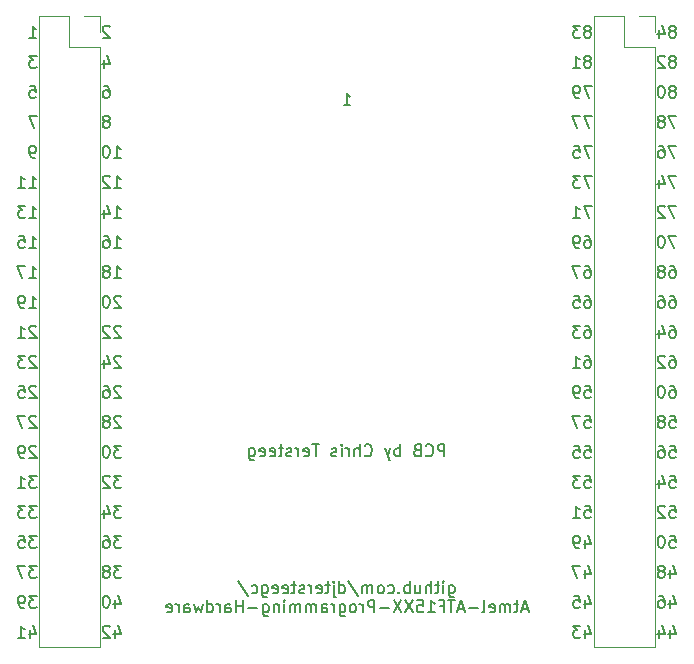
<source format=gbr>
%TF.GenerationSoftware,KiCad,Pcbnew,8.0.7*%
%TF.CreationDate,2025-02-20T01:00:11-06:00*%
%TF.ProjectId,PLCC-84-Test-Socket-Adapter,504c4343-2d38-4342-9d54-6573742d536f,v1.0*%
%TF.SameCoordinates,Original*%
%TF.FileFunction,Legend,Bot*%
%TF.FilePolarity,Positive*%
%FSLAX46Y46*%
G04 Gerber Fmt 4.6, Leading zero omitted, Abs format (unit mm)*
G04 Created by KiCad (PCBNEW 8.0.7) date 2025-02-20 01:00:11*
%MOMM*%
%LPD*%
G01*
G04 APERTURE LIST*
%ADD10C,0.150000*%
%ADD11C,0.120000*%
G04 APERTURE END LIST*
D10*
X180162030Y-108724819D02*
X180638220Y-108724819D01*
X180638220Y-108724819D02*
X180685839Y-109201009D01*
X180685839Y-109201009D02*
X180638220Y-109153390D01*
X180638220Y-109153390D02*
X180542982Y-109105771D01*
X180542982Y-109105771D02*
X180304887Y-109105771D01*
X180304887Y-109105771D02*
X180209649Y-109153390D01*
X180209649Y-109153390D02*
X180162030Y-109201009D01*
X180162030Y-109201009D02*
X180114411Y-109296247D01*
X180114411Y-109296247D02*
X180114411Y-109534342D01*
X180114411Y-109534342D02*
X180162030Y-109629580D01*
X180162030Y-109629580D02*
X180209649Y-109677200D01*
X180209649Y-109677200D02*
X180304887Y-109724819D01*
X180304887Y-109724819D02*
X180542982Y-109724819D01*
X180542982Y-109724819D02*
X180638220Y-109677200D01*
X180638220Y-109677200D02*
X180685839Y-109629580D01*
X179162030Y-109724819D02*
X179733458Y-109724819D01*
X179447744Y-109724819D02*
X179447744Y-108724819D01*
X179447744Y-108724819D02*
X179542982Y-108867676D01*
X179542982Y-108867676D02*
X179638220Y-108962914D01*
X179638220Y-108962914D02*
X179733458Y-109010533D01*
X133124411Y-86864819D02*
X133695839Y-86864819D01*
X133410125Y-86864819D02*
X133410125Y-85864819D01*
X133410125Y-85864819D02*
X133505363Y-86007676D01*
X133505363Y-86007676D02*
X133600601Y-86102914D01*
X133600601Y-86102914D02*
X133695839Y-86150533D01*
X132219649Y-85864819D02*
X132695839Y-85864819D01*
X132695839Y-85864819D02*
X132743458Y-86341009D01*
X132743458Y-86341009D02*
X132695839Y-86293390D01*
X132695839Y-86293390D02*
X132600601Y-86245771D01*
X132600601Y-86245771D02*
X132362506Y-86245771D01*
X132362506Y-86245771D02*
X132267268Y-86293390D01*
X132267268Y-86293390D02*
X132219649Y-86341009D01*
X132219649Y-86341009D02*
X132172030Y-86436247D01*
X132172030Y-86436247D02*
X132172030Y-86674342D01*
X132172030Y-86674342D02*
X132219649Y-86769580D01*
X132219649Y-86769580D02*
X132267268Y-86817200D01*
X132267268Y-86817200D02*
X132362506Y-86864819D01*
X132362506Y-86864819D02*
X132600601Y-86864819D01*
X132600601Y-86864819D02*
X132695839Y-86817200D01*
X132695839Y-86817200D02*
X132743458Y-86769580D01*
X180162030Y-106184819D02*
X180638220Y-106184819D01*
X180638220Y-106184819D02*
X180685839Y-106661009D01*
X180685839Y-106661009D02*
X180638220Y-106613390D01*
X180638220Y-106613390D02*
X180542982Y-106565771D01*
X180542982Y-106565771D02*
X180304887Y-106565771D01*
X180304887Y-106565771D02*
X180209649Y-106613390D01*
X180209649Y-106613390D02*
X180162030Y-106661009D01*
X180162030Y-106661009D02*
X180114411Y-106756247D01*
X180114411Y-106756247D02*
X180114411Y-106994342D01*
X180114411Y-106994342D02*
X180162030Y-107089580D01*
X180162030Y-107089580D02*
X180209649Y-107137200D01*
X180209649Y-107137200D02*
X180304887Y-107184819D01*
X180304887Y-107184819D02*
X180542982Y-107184819D01*
X180542982Y-107184819D02*
X180638220Y-107137200D01*
X180638220Y-107137200D02*
X180685839Y-107089580D01*
X179781077Y-106184819D02*
X179162030Y-106184819D01*
X179162030Y-106184819D02*
X179495363Y-106565771D01*
X179495363Y-106565771D02*
X179352506Y-106565771D01*
X179352506Y-106565771D02*
X179257268Y-106613390D01*
X179257268Y-106613390D02*
X179209649Y-106661009D01*
X179209649Y-106661009D02*
X179162030Y-106756247D01*
X179162030Y-106756247D02*
X179162030Y-106994342D01*
X179162030Y-106994342D02*
X179209649Y-107089580D01*
X179209649Y-107089580D02*
X179257268Y-107137200D01*
X179257268Y-107137200D02*
X179352506Y-107184819D01*
X179352506Y-107184819D02*
X179638220Y-107184819D01*
X179638220Y-107184819D02*
X179733458Y-107137200D01*
X179733458Y-107137200D02*
X179781077Y-107089580D01*
X180733458Y-75704819D02*
X180066792Y-75704819D01*
X180066792Y-75704819D02*
X180495363Y-76704819D01*
X179781077Y-75704819D02*
X179114411Y-75704819D01*
X179114411Y-75704819D02*
X179542982Y-76704819D01*
X168281905Y-104517819D02*
X168281905Y-103517819D01*
X168281905Y-103517819D02*
X167900953Y-103517819D01*
X167900953Y-103517819D02*
X167805715Y-103565438D01*
X167805715Y-103565438D02*
X167758096Y-103613057D01*
X167758096Y-103613057D02*
X167710477Y-103708295D01*
X167710477Y-103708295D02*
X167710477Y-103851152D01*
X167710477Y-103851152D02*
X167758096Y-103946390D01*
X167758096Y-103946390D02*
X167805715Y-103994009D01*
X167805715Y-103994009D02*
X167900953Y-104041628D01*
X167900953Y-104041628D02*
X168281905Y-104041628D01*
X166710477Y-104422580D02*
X166758096Y-104470200D01*
X166758096Y-104470200D02*
X166900953Y-104517819D01*
X166900953Y-104517819D02*
X166996191Y-104517819D01*
X166996191Y-104517819D02*
X167139048Y-104470200D01*
X167139048Y-104470200D02*
X167234286Y-104374961D01*
X167234286Y-104374961D02*
X167281905Y-104279723D01*
X167281905Y-104279723D02*
X167329524Y-104089247D01*
X167329524Y-104089247D02*
X167329524Y-103946390D01*
X167329524Y-103946390D02*
X167281905Y-103755914D01*
X167281905Y-103755914D02*
X167234286Y-103660676D01*
X167234286Y-103660676D02*
X167139048Y-103565438D01*
X167139048Y-103565438D02*
X166996191Y-103517819D01*
X166996191Y-103517819D02*
X166900953Y-103517819D01*
X166900953Y-103517819D02*
X166758096Y-103565438D01*
X166758096Y-103565438D02*
X166710477Y-103613057D01*
X165948572Y-103994009D02*
X165805715Y-104041628D01*
X165805715Y-104041628D02*
X165758096Y-104089247D01*
X165758096Y-104089247D02*
X165710477Y-104184485D01*
X165710477Y-104184485D02*
X165710477Y-104327342D01*
X165710477Y-104327342D02*
X165758096Y-104422580D01*
X165758096Y-104422580D02*
X165805715Y-104470200D01*
X165805715Y-104470200D02*
X165900953Y-104517819D01*
X165900953Y-104517819D02*
X166281905Y-104517819D01*
X166281905Y-104517819D02*
X166281905Y-103517819D01*
X166281905Y-103517819D02*
X165948572Y-103517819D01*
X165948572Y-103517819D02*
X165853334Y-103565438D01*
X165853334Y-103565438D02*
X165805715Y-103613057D01*
X165805715Y-103613057D02*
X165758096Y-103708295D01*
X165758096Y-103708295D02*
X165758096Y-103803533D01*
X165758096Y-103803533D02*
X165805715Y-103898771D01*
X165805715Y-103898771D02*
X165853334Y-103946390D01*
X165853334Y-103946390D02*
X165948572Y-103994009D01*
X165948572Y-103994009D02*
X166281905Y-103994009D01*
X164520000Y-104517819D02*
X164520000Y-103517819D01*
X164520000Y-103898771D02*
X164424762Y-103851152D01*
X164424762Y-103851152D02*
X164234286Y-103851152D01*
X164234286Y-103851152D02*
X164139048Y-103898771D01*
X164139048Y-103898771D02*
X164091429Y-103946390D01*
X164091429Y-103946390D02*
X164043810Y-104041628D01*
X164043810Y-104041628D02*
X164043810Y-104327342D01*
X164043810Y-104327342D02*
X164091429Y-104422580D01*
X164091429Y-104422580D02*
X164139048Y-104470200D01*
X164139048Y-104470200D02*
X164234286Y-104517819D01*
X164234286Y-104517819D02*
X164424762Y-104517819D01*
X164424762Y-104517819D02*
X164520000Y-104470200D01*
X163710476Y-103851152D02*
X163472381Y-104517819D01*
X163234286Y-103851152D02*
X163472381Y-104517819D01*
X163472381Y-104517819D02*
X163567619Y-104755914D01*
X163567619Y-104755914D02*
X163615238Y-104803533D01*
X163615238Y-104803533D02*
X163710476Y-104851152D01*
X161520000Y-104422580D02*
X161567619Y-104470200D01*
X161567619Y-104470200D02*
X161710476Y-104517819D01*
X161710476Y-104517819D02*
X161805714Y-104517819D01*
X161805714Y-104517819D02*
X161948571Y-104470200D01*
X161948571Y-104470200D02*
X162043809Y-104374961D01*
X162043809Y-104374961D02*
X162091428Y-104279723D01*
X162091428Y-104279723D02*
X162139047Y-104089247D01*
X162139047Y-104089247D02*
X162139047Y-103946390D01*
X162139047Y-103946390D02*
X162091428Y-103755914D01*
X162091428Y-103755914D02*
X162043809Y-103660676D01*
X162043809Y-103660676D02*
X161948571Y-103565438D01*
X161948571Y-103565438D02*
X161805714Y-103517819D01*
X161805714Y-103517819D02*
X161710476Y-103517819D01*
X161710476Y-103517819D02*
X161567619Y-103565438D01*
X161567619Y-103565438D02*
X161520000Y-103613057D01*
X161091428Y-104517819D02*
X161091428Y-103517819D01*
X160662857Y-104517819D02*
X160662857Y-103994009D01*
X160662857Y-103994009D02*
X160710476Y-103898771D01*
X160710476Y-103898771D02*
X160805714Y-103851152D01*
X160805714Y-103851152D02*
X160948571Y-103851152D01*
X160948571Y-103851152D02*
X161043809Y-103898771D01*
X161043809Y-103898771D02*
X161091428Y-103946390D01*
X160186666Y-104517819D02*
X160186666Y-103851152D01*
X160186666Y-104041628D02*
X160139047Y-103946390D01*
X160139047Y-103946390D02*
X160091428Y-103898771D01*
X160091428Y-103898771D02*
X159996190Y-103851152D01*
X159996190Y-103851152D02*
X159900952Y-103851152D01*
X159567618Y-104517819D02*
X159567618Y-103851152D01*
X159567618Y-103517819D02*
X159615237Y-103565438D01*
X159615237Y-103565438D02*
X159567618Y-103613057D01*
X159567618Y-103613057D02*
X159519999Y-103565438D01*
X159519999Y-103565438D02*
X159567618Y-103517819D01*
X159567618Y-103517819D02*
X159567618Y-103613057D01*
X159139047Y-104470200D02*
X159043809Y-104517819D01*
X159043809Y-104517819D02*
X158853333Y-104517819D01*
X158853333Y-104517819D02*
X158758095Y-104470200D01*
X158758095Y-104470200D02*
X158710476Y-104374961D01*
X158710476Y-104374961D02*
X158710476Y-104327342D01*
X158710476Y-104327342D02*
X158758095Y-104232104D01*
X158758095Y-104232104D02*
X158853333Y-104184485D01*
X158853333Y-104184485D02*
X158996190Y-104184485D01*
X158996190Y-104184485D02*
X159091428Y-104136866D01*
X159091428Y-104136866D02*
X159139047Y-104041628D01*
X159139047Y-104041628D02*
X159139047Y-103994009D01*
X159139047Y-103994009D02*
X159091428Y-103898771D01*
X159091428Y-103898771D02*
X158996190Y-103851152D01*
X158996190Y-103851152D02*
X158853333Y-103851152D01*
X158853333Y-103851152D02*
X158758095Y-103898771D01*
X157662856Y-103517819D02*
X157091428Y-103517819D01*
X157377142Y-104517819D02*
X157377142Y-103517819D01*
X156377142Y-104470200D02*
X156472380Y-104517819D01*
X156472380Y-104517819D02*
X156662856Y-104517819D01*
X156662856Y-104517819D02*
X156758094Y-104470200D01*
X156758094Y-104470200D02*
X156805713Y-104374961D01*
X156805713Y-104374961D02*
X156805713Y-103994009D01*
X156805713Y-103994009D02*
X156758094Y-103898771D01*
X156758094Y-103898771D02*
X156662856Y-103851152D01*
X156662856Y-103851152D02*
X156472380Y-103851152D01*
X156472380Y-103851152D02*
X156377142Y-103898771D01*
X156377142Y-103898771D02*
X156329523Y-103994009D01*
X156329523Y-103994009D02*
X156329523Y-104089247D01*
X156329523Y-104089247D02*
X156805713Y-104184485D01*
X155900951Y-104517819D02*
X155900951Y-103851152D01*
X155900951Y-104041628D02*
X155853332Y-103946390D01*
X155853332Y-103946390D02*
X155805713Y-103898771D01*
X155805713Y-103898771D02*
X155710475Y-103851152D01*
X155710475Y-103851152D02*
X155615237Y-103851152D01*
X155329522Y-104470200D02*
X155234284Y-104517819D01*
X155234284Y-104517819D02*
X155043808Y-104517819D01*
X155043808Y-104517819D02*
X154948570Y-104470200D01*
X154948570Y-104470200D02*
X154900951Y-104374961D01*
X154900951Y-104374961D02*
X154900951Y-104327342D01*
X154900951Y-104327342D02*
X154948570Y-104232104D01*
X154948570Y-104232104D02*
X155043808Y-104184485D01*
X155043808Y-104184485D02*
X155186665Y-104184485D01*
X155186665Y-104184485D02*
X155281903Y-104136866D01*
X155281903Y-104136866D02*
X155329522Y-104041628D01*
X155329522Y-104041628D02*
X155329522Y-103994009D01*
X155329522Y-103994009D02*
X155281903Y-103898771D01*
X155281903Y-103898771D02*
X155186665Y-103851152D01*
X155186665Y-103851152D02*
X155043808Y-103851152D01*
X155043808Y-103851152D02*
X154948570Y-103898771D01*
X154615236Y-103851152D02*
X154234284Y-103851152D01*
X154472379Y-103517819D02*
X154472379Y-104374961D01*
X154472379Y-104374961D02*
X154424760Y-104470200D01*
X154424760Y-104470200D02*
X154329522Y-104517819D01*
X154329522Y-104517819D02*
X154234284Y-104517819D01*
X153519998Y-104470200D02*
X153615236Y-104517819D01*
X153615236Y-104517819D02*
X153805712Y-104517819D01*
X153805712Y-104517819D02*
X153900950Y-104470200D01*
X153900950Y-104470200D02*
X153948569Y-104374961D01*
X153948569Y-104374961D02*
X153948569Y-103994009D01*
X153948569Y-103994009D02*
X153900950Y-103898771D01*
X153900950Y-103898771D02*
X153805712Y-103851152D01*
X153805712Y-103851152D02*
X153615236Y-103851152D01*
X153615236Y-103851152D02*
X153519998Y-103898771D01*
X153519998Y-103898771D02*
X153472379Y-103994009D01*
X153472379Y-103994009D02*
X153472379Y-104089247D01*
X153472379Y-104089247D02*
X153948569Y-104184485D01*
X152662855Y-104470200D02*
X152758093Y-104517819D01*
X152758093Y-104517819D02*
X152948569Y-104517819D01*
X152948569Y-104517819D02*
X153043807Y-104470200D01*
X153043807Y-104470200D02*
X153091426Y-104374961D01*
X153091426Y-104374961D02*
X153091426Y-103994009D01*
X153091426Y-103994009D02*
X153043807Y-103898771D01*
X153043807Y-103898771D02*
X152948569Y-103851152D01*
X152948569Y-103851152D02*
X152758093Y-103851152D01*
X152758093Y-103851152D02*
X152662855Y-103898771D01*
X152662855Y-103898771D02*
X152615236Y-103994009D01*
X152615236Y-103994009D02*
X152615236Y-104089247D01*
X152615236Y-104089247D02*
X153091426Y-104184485D01*
X151758093Y-103851152D02*
X151758093Y-104660676D01*
X151758093Y-104660676D02*
X151805712Y-104755914D01*
X151805712Y-104755914D02*
X151853331Y-104803533D01*
X151853331Y-104803533D02*
X151948569Y-104851152D01*
X151948569Y-104851152D02*
X152091426Y-104851152D01*
X152091426Y-104851152D02*
X152186664Y-104803533D01*
X151758093Y-104470200D02*
X151853331Y-104517819D01*
X151853331Y-104517819D02*
X152043807Y-104517819D01*
X152043807Y-104517819D02*
X152139045Y-104470200D01*
X152139045Y-104470200D02*
X152186664Y-104422580D01*
X152186664Y-104422580D02*
X152234283Y-104327342D01*
X152234283Y-104327342D02*
X152234283Y-104041628D01*
X152234283Y-104041628D02*
X152186664Y-103946390D01*
X152186664Y-103946390D02*
X152139045Y-103898771D01*
X152139045Y-103898771D02*
X152043807Y-103851152D01*
X152043807Y-103851152D02*
X151853331Y-103851152D01*
X151853331Y-103851152D02*
X151758093Y-103898771D01*
X140401779Y-119218152D02*
X140401779Y-119884819D01*
X140639874Y-118837200D02*
X140877969Y-119551485D01*
X140877969Y-119551485D02*
X140258922Y-119551485D01*
X139925588Y-118980057D02*
X139877969Y-118932438D01*
X139877969Y-118932438D02*
X139782731Y-118884819D01*
X139782731Y-118884819D02*
X139544636Y-118884819D01*
X139544636Y-118884819D02*
X139449398Y-118932438D01*
X139449398Y-118932438D02*
X139401779Y-118980057D01*
X139401779Y-118980057D02*
X139354160Y-119075295D01*
X139354160Y-119075295D02*
X139354160Y-119170533D01*
X139354160Y-119170533D02*
X139401779Y-119313390D01*
X139401779Y-119313390D02*
X139973207Y-119884819D01*
X139973207Y-119884819D02*
X139354160Y-119884819D01*
X140306541Y-86864819D02*
X140877969Y-86864819D01*
X140592255Y-86864819D02*
X140592255Y-85864819D01*
X140592255Y-85864819D02*
X140687493Y-86007676D01*
X140687493Y-86007676D02*
X140782731Y-86102914D01*
X140782731Y-86102914D02*
X140877969Y-86150533D01*
X139449398Y-85864819D02*
X139639874Y-85864819D01*
X139639874Y-85864819D02*
X139735112Y-85912438D01*
X139735112Y-85912438D02*
X139782731Y-85960057D01*
X139782731Y-85960057D02*
X139877969Y-86102914D01*
X139877969Y-86102914D02*
X139925588Y-86293390D01*
X139925588Y-86293390D02*
X139925588Y-86674342D01*
X139925588Y-86674342D02*
X139877969Y-86769580D01*
X139877969Y-86769580D02*
X139830350Y-86817200D01*
X139830350Y-86817200D02*
X139735112Y-86864819D01*
X139735112Y-86864819D02*
X139544636Y-86864819D01*
X139544636Y-86864819D02*
X139449398Y-86817200D01*
X139449398Y-86817200D02*
X139401779Y-86769580D01*
X139401779Y-86769580D02*
X139354160Y-86674342D01*
X139354160Y-86674342D02*
X139354160Y-86436247D01*
X139354160Y-86436247D02*
X139401779Y-86341009D01*
X139401779Y-86341009D02*
X139449398Y-86293390D01*
X139449398Y-86293390D02*
X139544636Y-86245771D01*
X139544636Y-86245771D02*
X139735112Y-86245771D01*
X139735112Y-86245771D02*
X139830350Y-86293390D01*
X139830350Y-86293390D02*
X139877969Y-86341009D01*
X139877969Y-86341009D02*
X139925588Y-86436247D01*
X133124411Y-81784819D02*
X133695839Y-81784819D01*
X133410125Y-81784819D02*
X133410125Y-80784819D01*
X133410125Y-80784819D02*
X133505363Y-80927676D01*
X133505363Y-80927676D02*
X133600601Y-81022914D01*
X133600601Y-81022914D02*
X133695839Y-81070533D01*
X132172030Y-81784819D02*
X132743458Y-81784819D01*
X132457744Y-81784819D02*
X132457744Y-80784819D01*
X132457744Y-80784819D02*
X132552982Y-80927676D01*
X132552982Y-80927676D02*
X132648220Y-81022914D01*
X132648220Y-81022914D02*
X132743458Y-81070533D01*
X180209649Y-88404819D02*
X180400125Y-88404819D01*
X180400125Y-88404819D02*
X180495363Y-88452438D01*
X180495363Y-88452438D02*
X180542982Y-88500057D01*
X180542982Y-88500057D02*
X180638220Y-88642914D01*
X180638220Y-88642914D02*
X180685839Y-88833390D01*
X180685839Y-88833390D02*
X180685839Y-89214342D01*
X180685839Y-89214342D02*
X180638220Y-89309580D01*
X180638220Y-89309580D02*
X180590601Y-89357200D01*
X180590601Y-89357200D02*
X180495363Y-89404819D01*
X180495363Y-89404819D02*
X180304887Y-89404819D01*
X180304887Y-89404819D02*
X180209649Y-89357200D01*
X180209649Y-89357200D02*
X180162030Y-89309580D01*
X180162030Y-89309580D02*
X180114411Y-89214342D01*
X180114411Y-89214342D02*
X180114411Y-88976247D01*
X180114411Y-88976247D02*
X180162030Y-88881009D01*
X180162030Y-88881009D02*
X180209649Y-88833390D01*
X180209649Y-88833390D02*
X180304887Y-88785771D01*
X180304887Y-88785771D02*
X180495363Y-88785771D01*
X180495363Y-88785771D02*
X180590601Y-88833390D01*
X180590601Y-88833390D02*
X180638220Y-88881009D01*
X180638220Y-88881009D02*
X180685839Y-88976247D01*
X179781077Y-88404819D02*
X179114411Y-88404819D01*
X179114411Y-88404819D02*
X179542982Y-89404819D01*
X180209649Y-93484819D02*
X180400125Y-93484819D01*
X180400125Y-93484819D02*
X180495363Y-93532438D01*
X180495363Y-93532438D02*
X180542982Y-93580057D01*
X180542982Y-93580057D02*
X180638220Y-93722914D01*
X180638220Y-93722914D02*
X180685839Y-93913390D01*
X180685839Y-93913390D02*
X180685839Y-94294342D01*
X180685839Y-94294342D02*
X180638220Y-94389580D01*
X180638220Y-94389580D02*
X180590601Y-94437200D01*
X180590601Y-94437200D02*
X180495363Y-94484819D01*
X180495363Y-94484819D02*
X180304887Y-94484819D01*
X180304887Y-94484819D02*
X180209649Y-94437200D01*
X180209649Y-94437200D02*
X180162030Y-94389580D01*
X180162030Y-94389580D02*
X180114411Y-94294342D01*
X180114411Y-94294342D02*
X180114411Y-94056247D01*
X180114411Y-94056247D02*
X180162030Y-93961009D01*
X180162030Y-93961009D02*
X180209649Y-93913390D01*
X180209649Y-93913390D02*
X180304887Y-93865771D01*
X180304887Y-93865771D02*
X180495363Y-93865771D01*
X180495363Y-93865771D02*
X180590601Y-93913390D01*
X180590601Y-93913390D02*
X180638220Y-93961009D01*
X180638220Y-93961009D02*
X180685839Y-94056247D01*
X179781077Y-93484819D02*
X179162030Y-93484819D01*
X179162030Y-93484819D02*
X179495363Y-93865771D01*
X179495363Y-93865771D02*
X179352506Y-93865771D01*
X179352506Y-93865771D02*
X179257268Y-93913390D01*
X179257268Y-93913390D02*
X179209649Y-93961009D01*
X179209649Y-93961009D02*
X179162030Y-94056247D01*
X179162030Y-94056247D02*
X179162030Y-94294342D01*
X179162030Y-94294342D02*
X179209649Y-94389580D01*
X179209649Y-94389580D02*
X179257268Y-94437200D01*
X179257268Y-94437200D02*
X179352506Y-94484819D01*
X179352506Y-94484819D02*
X179638220Y-94484819D01*
X179638220Y-94484819D02*
X179733458Y-94437200D01*
X179733458Y-94437200D02*
X179781077Y-94389580D01*
X187391779Y-114138152D02*
X187391779Y-114804819D01*
X187629874Y-113757200D02*
X187867969Y-114471485D01*
X187867969Y-114471485D02*
X187248922Y-114471485D01*
X186725112Y-114233390D02*
X186820350Y-114185771D01*
X186820350Y-114185771D02*
X186867969Y-114138152D01*
X186867969Y-114138152D02*
X186915588Y-114042914D01*
X186915588Y-114042914D02*
X186915588Y-113995295D01*
X186915588Y-113995295D02*
X186867969Y-113900057D01*
X186867969Y-113900057D02*
X186820350Y-113852438D01*
X186820350Y-113852438D02*
X186725112Y-113804819D01*
X186725112Y-113804819D02*
X186534636Y-113804819D01*
X186534636Y-113804819D02*
X186439398Y-113852438D01*
X186439398Y-113852438D02*
X186391779Y-113900057D01*
X186391779Y-113900057D02*
X186344160Y-113995295D01*
X186344160Y-113995295D02*
X186344160Y-114042914D01*
X186344160Y-114042914D02*
X186391779Y-114138152D01*
X186391779Y-114138152D02*
X186439398Y-114185771D01*
X186439398Y-114185771D02*
X186534636Y-114233390D01*
X186534636Y-114233390D02*
X186725112Y-114233390D01*
X186725112Y-114233390D02*
X186820350Y-114281009D01*
X186820350Y-114281009D02*
X186867969Y-114328628D01*
X186867969Y-114328628D02*
X186915588Y-114423866D01*
X186915588Y-114423866D02*
X186915588Y-114614342D01*
X186915588Y-114614342D02*
X186867969Y-114709580D01*
X186867969Y-114709580D02*
X186820350Y-114757200D01*
X186820350Y-114757200D02*
X186725112Y-114804819D01*
X186725112Y-114804819D02*
X186534636Y-114804819D01*
X186534636Y-114804819D02*
X186439398Y-114757200D01*
X186439398Y-114757200D02*
X186391779Y-114709580D01*
X186391779Y-114709580D02*
X186344160Y-114614342D01*
X186344160Y-114614342D02*
X186344160Y-114423866D01*
X186344160Y-114423866D02*
X186391779Y-114328628D01*
X186391779Y-114328628D02*
X186439398Y-114281009D01*
X186439398Y-114281009D02*
X186534636Y-114233390D01*
X133743458Y-108724819D02*
X133124411Y-108724819D01*
X133124411Y-108724819D02*
X133457744Y-109105771D01*
X133457744Y-109105771D02*
X133314887Y-109105771D01*
X133314887Y-109105771D02*
X133219649Y-109153390D01*
X133219649Y-109153390D02*
X133172030Y-109201009D01*
X133172030Y-109201009D02*
X133124411Y-109296247D01*
X133124411Y-109296247D02*
X133124411Y-109534342D01*
X133124411Y-109534342D02*
X133172030Y-109629580D01*
X133172030Y-109629580D02*
X133219649Y-109677200D01*
X133219649Y-109677200D02*
X133314887Y-109724819D01*
X133314887Y-109724819D02*
X133600601Y-109724819D01*
X133600601Y-109724819D02*
X133695839Y-109677200D01*
X133695839Y-109677200D02*
X133743458Y-109629580D01*
X132791077Y-108724819D02*
X132172030Y-108724819D01*
X132172030Y-108724819D02*
X132505363Y-109105771D01*
X132505363Y-109105771D02*
X132362506Y-109105771D01*
X132362506Y-109105771D02*
X132267268Y-109153390D01*
X132267268Y-109153390D02*
X132219649Y-109201009D01*
X132219649Y-109201009D02*
X132172030Y-109296247D01*
X132172030Y-109296247D02*
X132172030Y-109534342D01*
X132172030Y-109534342D02*
X132219649Y-109629580D01*
X132219649Y-109629580D02*
X132267268Y-109677200D01*
X132267268Y-109677200D02*
X132362506Y-109724819D01*
X132362506Y-109724819D02*
X132648220Y-109724819D01*
X132648220Y-109724819D02*
X132743458Y-109677200D01*
X132743458Y-109677200D02*
X132791077Y-109629580D01*
X140925588Y-103644819D02*
X140306541Y-103644819D01*
X140306541Y-103644819D02*
X140639874Y-104025771D01*
X140639874Y-104025771D02*
X140497017Y-104025771D01*
X140497017Y-104025771D02*
X140401779Y-104073390D01*
X140401779Y-104073390D02*
X140354160Y-104121009D01*
X140354160Y-104121009D02*
X140306541Y-104216247D01*
X140306541Y-104216247D02*
X140306541Y-104454342D01*
X140306541Y-104454342D02*
X140354160Y-104549580D01*
X140354160Y-104549580D02*
X140401779Y-104597200D01*
X140401779Y-104597200D02*
X140497017Y-104644819D01*
X140497017Y-104644819D02*
X140782731Y-104644819D01*
X140782731Y-104644819D02*
X140877969Y-104597200D01*
X140877969Y-104597200D02*
X140925588Y-104549580D01*
X139687493Y-103644819D02*
X139592255Y-103644819D01*
X139592255Y-103644819D02*
X139497017Y-103692438D01*
X139497017Y-103692438D02*
X139449398Y-103740057D01*
X139449398Y-103740057D02*
X139401779Y-103835295D01*
X139401779Y-103835295D02*
X139354160Y-104025771D01*
X139354160Y-104025771D02*
X139354160Y-104263866D01*
X139354160Y-104263866D02*
X139401779Y-104454342D01*
X139401779Y-104454342D02*
X139449398Y-104549580D01*
X139449398Y-104549580D02*
X139497017Y-104597200D01*
X139497017Y-104597200D02*
X139592255Y-104644819D01*
X139592255Y-104644819D02*
X139687493Y-104644819D01*
X139687493Y-104644819D02*
X139782731Y-104597200D01*
X139782731Y-104597200D02*
X139830350Y-104549580D01*
X139830350Y-104549580D02*
X139877969Y-104454342D01*
X139877969Y-104454342D02*
X139925588Y-104263866D01*
X139925588Y-104263866D02*
X139925588Y-104025771D01*
X139925588Y-104025771D02*
X139877969Y-103835295D01*
X139877969Y-103835295D02*
X139830350Y-103740057D01*
X139830350Y-103740057D02*
X139782731Y-103692438D01*
X139782731Y-103692438D02*
X139687493Y-103644819D01*
X139735112Y-76133390D02*
X139830350Y-76085771D01*
X139830350Y-76085771D02*
X139877969Y-76038152D01*
X139877969Y-76038152D02*
X139925588Y-75942914D01*
X139925588Y-75942914D02*
X139925588Y-75895295D01*
X139925588Y-75895295D02*
X139877969Y-75800057D01*
X139877969Y-75800057D02*
X139830350Y-75752438D01*
X139830350Y-75752438D02*
X139735112Y-75704819D01*
X139735112Y-75704819D02*
X139544636Y-75704819D01*
X139544636Y-75704819D02*
X139449398Y-75752438D01*
X139449398Y-75752438D02*
X139401779Y-75800057D01*
X139401779Y-75800057D02*
X139354160Y-75895295D01*
X139354160Y-75895295D02*
X139354160Y-75942914D01*
X139354160Y-75942914D02*
X139401779Y-76038152D01*
X139401779Y-76038152D02*
X139449398Y-76085771D01*
X139449398Y-76085771D02*
X139544636Y-76133390D01*
X139544636Y-76133390D02*
X139735112Y-76133390D01*
X139735112Y-76133390D02*
X139830350Y-76181009D01*
X139830350Y-76181009D02*
X139877969Y-76228628D01*
X139877969Y-76228628D02*
X139925588Y-76323866D01*
X139925588Y-76323866D02*
X139925588Y-76514342D01*
X139925588Y-76514342D02*
X139877969Y-76609580D01*
X139877969Y-76609580D02*
X139830350Y-76657200D01*
X139830350Y-76657200D02*
X139735112Y-76704819D01*
X139735112Y-76704819D02*
X139544636Y-76704819D01*
X139544636Y-76704819D02*
X139449398Y-76657200D01*
X139449398Y-76657200D02*
X139401779Y-76609580D01*
X139401779Y-76609580D02*
X139354160Y-76514342D01*
X139354160Y-76514342D02*
X139354160Y-76323866D01*
X139354160Y-76323866D02*
X139401779Y-76228628D01*
X139401779Y-76228628D02*
X139449398Y-76181009D01*
X139449398Y-76181009D02*
X139544636Y-76133390D01*
X187677493Y-73593390D02*
X187772731Y-73545771D01*
X187772731Y-73545771D02*
X187820350Y-73498152D01*
X187820350Y-73498152D02*
X187867969Y-73402914D01*
X187867969Y-73402914D02*
X187867969Y-73355295D01*
X187867969Y-73355295D02*
X187820350Y-73260057D01*
X187820350Y-73260057D02*
X187772731Y-73212438D01*
X187772731Y-73212438D02*
X187677493Y-73164819D01*
X187677493Y-73164819D02*
X187487017Y-73164819D01*
X187487017Y-73164819D02*
X187391779Y-73212438D01*
X187391779Y-73212438D02*
X187344160Y-73260057D01*
X187344160Y-73260057D02*
X187296541Y-73355295D01*
X187296541Y-73355295D02*
X187296541Y-73402914D01*
X187296541Y-73402914D02*
X187344160Y-73498152D01*
X187344160Y-73498152D02*
X187391779Y-73545771D01*
X187391779Y-73545771D02*
X187487017Y-73593390D01*
X187487017Y-73593390D02*
X187677493Y-73593390D01*
X187677493Y-73593390D02*
X187772731Y-73641009D01*
X187772731Y-73641009D02*
X187820350Y-73688628D01*
X187820350Y-73688628D02*
X187867969Y-73783866D01*
X187867969Y-73783866D02*
X187867969Y-73974342D01*
X187867969Y-73974342D02*
X187820350Y-74069580D01*
X187820350Y-74069580D02*
X187772731Y-74117200D01*
X187772731Y-74117200D02*
X187677493Y-74164819D01*
X187677493Y-74164819D02*
X187487017Y-74164819D01*
X187487017Y-74164819D02*
X187391779Y-74117200D01*
X187391779Y-74117200D02*
X187344160Y-74069580D01*
X187344160Y-74069580D02*
X187296541Y-73974342D01*
X187296541Y-73974342D02*
X187296541Y-73783866D01*
X187296541Y-73783866D02*
X187344160Y-73688628D01*
X187344160Y-73688628D02*
X187391779Y-73641009D01*
X187391779Y-73641009D02*
X187487017Y-73593390D01*
X186677493Y-73164819D02*
X186582255Y-73164819D01*
X186582255Y-73164819D02*
X186487017Y-73212438D01*
X186487017Y-73212438D02*
X186439398Y-73260057D01*
X186439398Y-73260057D02*
X186391779Y-73355295D01*
X186391779Y-73355295D02*
X186344160Y-73545771D01*
X186344160Y-73545771D02*
X186344160Y-73783866D01*
X186344160Y-73783866D02*
X186391779Y-73974342D01*
X186391779Y-73974342D02*
X186439398Y-74069580D01*
X186439398Y-74069580D02*
X186487017Y-74117200D01*
X186487017Y-74117200D02*
X186582255Y-74164819D01*
X186582255Y-74164819D02*
X186677493Y-74164819D01*
X186677493Y-74164819D02*
X186772731Y-74117200D01*
X186772731Y-74117200D02*
X186820350Y-74069580D01*
X186820350Y-74069580D02*
X186867969Y-73974342D01*
X186867969Y-73974342D02*
X186915588Y-73783866D01*
X186915588Y-73783866D02*
X186915588Y-73545771D01*
X186915588Y-73545771D02*
X186867969Y-73355295D01*
X186867969Y-73355295D02*
X186820350Y-73260057D01*
X186820350Y-73260057D02*
X186772731Y-73212438D01*
X186772731Y-73212438D02*
X186677493Y-73164819D01*
X139449398Y-73164819D02*
X139639874Y-73164819D01*
X139639874Y-73164819D02*
X139735112Y-73212438D01*
X139735112Y-73212438D02*
X139782731Y-73260057D01*
X139782731Y-73260057D02*
X139877969Y-73402914D01*
X139877969Y-73402914D02*
X139925588Y-73593390D01*
X139925588Y-73593390D02*
X139925588Y-73974342D01*
X139925588Y-73974342D02*
X139877969Y-74069580D01*
X139877969Y-74069580D02*
X139830350Y-74117200D01*
X139830350Y-74117200D02*
X139735112Y-74164819D01*
X139735112Y-74164819D02*
X139544636Y-74164819D01*
X139544636Y-74164819D02*
X139449398Y-74117200D01*
X139449398Y-74117200D02*
X139401779Y-74069580D01*
X139401779Y-74069580D02*
X139354160Y-73974342D01*
X139354160Y-73974342D02*
X139354160Y-73736247D01*
X139354160Y-73736247D02*
X139401779Y-73641009D01*
X139401779Y-73641009D02*
X139449398Y-73593390D01*
X139449398Y-73593390D02*
X139544636Y-73545771D01*
X139544636Y-73545771D02*
X139735112Y-73545771D01*
X139735112Y-73545771D02*
X139830350Y-73593390D01*
X139830350Y-73593390D02*
X139877969Y-73641009D01*
X139877969Y-73641009D02*
X139925588Y-73736247D01*
X133743458Y-106184819D02*
X133124411Y-106184819D01*
X133124411Y-106184819D02*
X133457744Y-106565771D01*
X133457744Y-106565771D02*
X133314887Y-106565771D01*
X133314887Y-106565771D02*
X133219649Y-106613390D01*
X133219649Y-106613390D02*
X133172030Y-106661009D01*
X133172030Y-106661009D02*
X133124411Y-106756247D01*
X133124411Y-106756247D02*
X133124411Y-106994342D01*
X133124411Y-106994342D02*
X133172030Y-107089580D01*
X133172030Y-107089580D02*
X133219649Y-107137200D01*
X133219649Y-107137200D02*
X133314887Y-107184819D01*
X133314887Y-107184819D02*
X133600601Y-107184819D01*
X133600601Y-107184819D02*
X133695839Y-107137200D01*
X133695839Y-107137200D02*
X133743458Y-107089580D01*
X132172030Y-107184819D02*
X132743458Y-107184819D01*
X132457744Y-107184819D02*
X132457744Y-106184819D01*
X132457744Y-106184819D02*
X132552982Y-106327676D01*
X132552982Y-106327676D02*
X132648220Y-106422914D01*
X132648220Y-106422914D02*
X132743458Y-106470533D01*
X140306541Y-79244819D02*
X140877969Y-79244819D01*
X140592255Y-79244819D02*
X140592255Y-78244819D01*
X140592255Y-78244819D02*
X140687493Y-78387676D01*
X140687493Y-78387676D02*
X140782731Y-78482914D01*
X140782731Y-78482914D02*
X140877969Y-78530533D01*
X139687493Y-78244819D02*
X139592255Y-78244819D01*
X139592255Y-78244819D02*
X139497017Y-78292438D01*
X139497017Y-78292438D02*
X139449398Y-78340057D01*
X139449398Y-78340057D02*
X139401779Y-78435295D01*
X139401779Y-78435295D02*
X139354160Y-78625771D01*
X139354160Y-78625771D02*
X139354160Y-78863866D01*
X139354160Y-78863866D02*
X139401779Y-79054342D01*
X139401779Y-79054342D02*
X139449398Y-79149580D01*
X139449398Y-79149580D02*
X139497017Y-79197200D01*
X139497017Y-79197200D02*
X139592255Y-79244819D01*
X139592255Y-79244819D02*
X139687493Y-79244819D01*
X139687493Y-79244819D02*
X139782731Y-79197200D01*
X139782731Y-79197200D02*
X139830350Y-79149580D01*
X139830350Y-79149580D02*
X139877969Y-79054342D01*
X139877969Y-79054342D02*
X139925588Y-78863866D01*
X139925588Y-78863866D02*
X139925588Y-78625771D01*
X139925588Y-78625771D02*
X139877969Y-78435295D01*
X139877969Y-78435295D02*
X139830350Y-78340057D01*
X139830350Y-78340057D02*
X139782731Y-78292438D01*
X139782731Y-78292438D02*
X139687493Y-78244819D01*
X133124411Y-89404819D02*
X133695839Y-89404819D01*
X133410125Y-89404819D02*
X133410125Y-88404819D01*
X133410125Y-88404819D02*
X133505363Y-88547676D01*
X133505363Y-88547676D02*
X133600601Y-88642914D01*
X133600601Y-88642914D02*
X133695839Y-88690533D01*
X132791077Y-88404819D02*
X132124411Y-88404819D01*
X132124411Y-88404819D02*
X132552982Y-89404819D01*
X140877969Y-101200057D02*
X140830350Y-101152438D01*
X140830350Y-101152438D02*
X140735112Y-101104819D01*
X140735112Y-101104819D02*
X140497017Y-101104819D01*
X140497017Y-101104819D02*
X140401779Y-101152438D01*
X140401779Y-101152438D02*
X140354160Y-101200057D01*
X140354160Y-101200057D02*
X140306541Y-101295295D01*
X140306541Y-101295295D02*
X140306541Y-101390533D01*
X140306541Y-101390533D02*
X140354160Y-101533390D01*
X140354160Y-101533390D02*
X140925588Y-102104819D01*
X140925588Y-102104819D02*
X140306541Y-102104819D01*
X139735112Y-101533390D02*
X139830350Y-101485771D01*
X139830350Y-101485771D02*
X139877969Y-101438152D01*
X139877969Y-101438152D02*
X139925588Y-101342914D01*
X139925588Y-101342914D02*
X139925588Y-101295295D01*
X139925588Y-101295295D02*
X139877969Y-101200057D01*
X139877969Y-101200057D02*
X139830350Y-101152438D01*
X139830350Y-101152438D02*
X139735112Y-101104819D01*
X139735112Y-101104819D02*
X139544636Y-101104819D01*
X139544636Y-101104819D02*
X139449398Y-101152438D01*
X139449398Y-101152438D02*
X139401779Y-101200057D01*
X139401779Y-101200057D02*
X139354160Y-101295295D01*
X139354160Y-101295295D02*
X139354160Y-101342914D01*
X139354160Y-101342914D02*
X139401779Y-101438152D01*
X139401779Y-101438152D02*
X139449398Y-101485771D01*
X139449398Y-101485771D02*
X139544636Y-101533390D01*
X139544636Y-101533390D02*
X139735112Y-101533390D01*
X139735112Y-101533390D02*
X139830350Y-101581009D01*
X139830350Y-101581009D02*
X139877969Y-101628628D01*
X139877969Y-101628628D02*
X139925588Y-101723866D01*
X139925588Y-101723866D02*
X139925588Y-101914342D01*
X139925588Y-101914342D02*
X139877969Y-102009580D01*
X139877969Y-102009580D02*
X139830350Y-102057200D01*
X139830350Y-102057200D02*
X139735112Y-102104819D01*
X139735112Y-102104819D02*
X139544636Y-102104819D01*
X139544636Y-102104819D02*
X139449398Y-102057200D01*
X139449398Y-102057200D02*
X139401779Y-102009580D01*
X139401779Y-102009580D02*
X139354160Y-101914342D01*
X139354160Y-101914342D02*
X139354160Y-101723866D01*
X139354160Y-101723866D02*
X139401779Y-101628628D01*
X139401779Y-101628628D02*
X139449398Y-101581009D01*
X139449398Y-101581009D02*
X139544636Y-101533390D01*
X140877969Y-93580057D02*
X140830350Y-93532438D01*
X140830350Y-93532438D02*
X140735112Y-93484819D01*
X140735112Y-93484819D02*
X140497017Y-93484819D01*
X140497017Y-93484819D02*
X140401779Y-93532438D01*
X140401779Y-93532438D02*
X140354160Y-93580057D01*
X140354160Y-93580057D02*
X140306541Y-93675295D01*
X140306541Y-93675295D02*
X140306541Y-93770533D01*
X140306541Y-93770533D02*
X140354160Y-93913390D01*
X140354160Y-93913390D02*
X140925588Y-94484819D01*
X140925588Y-94484819D02*
X140306541Y-94484819D01*
X139925588Y-93580057D02*
X139877969Y-93532438D01*
X139877969Y-93532438D02*
X139782731Y-93484819D01*
X139782731Y-93484819D02*
X139544636Y-93484819D01*
X139544636Y-93484819D02*
X139449398Y-93532438D01*
X139449398Y-93532438D02*
X139401779Y-93580057D01*
X139401779Y-93580057D02*
X139354160Y-93675295D01*
X139354160Y-93675295D02*
X139354160Y-93770533D01*
X139354160Y-93770533D02*
X139401779Y-93913390D01*
X139401779Y-93913390D02*
X139973207Y-94484819D01*
X139973207Y-94484819D02*
X139354160Y-94484819D01*
X180209649Y-116678152D02*
X180209649Y-117344819D01*
X180447744Y-116297200D02*
X180685839Y-117011485D01*
X180685839Y-117011485D02*
X180066792Y-117011485D01*
X179209649Y-116344819D02*
X179685839Y-116344819D01*
X179685839Y-116344819D02*
X179733458Y-116821009D01*
X179733458Y-116821009D02*
X179685839Y-116773390D01*
X179685839Y-116773390D02*
X179590601Y-116725771D01*
X179590601Y-116725771D02*
X179352506Y-116725771D01*
X179352506Y-116725771D02*
X179257268Y-116773390D01*
X179257268Y-116773390D02*
X179209649Y-116821009D01*
X179209649Y-116821009D02*
X179162030Y-116916247D01*
X179162030Y-116916247D02*
X179162030Y-117154342D01*
X179162030Y-117154342D02*
X179209649Y-117249580D01*
X179209649Y-117249580D02*
X179257268Y-117297200D01*
X179257268Y-117297200D02*
X179352506Y-117344819D01*
X179352506Y-117344819D02*
X179590601Y-117344819D01*
X179590601Y-117344819D02*
X179685839Y-117297200D01*
X179685839Y-117297200D02*
X179733458Y-117249580D01*
X133743458Y-113804819D02*
X133124411Y-113804819D01*
X133124411Y-113804819D02*
X133457744Y-114185771D01*
X133457744Y-114185771D02*
X133314887Y-114185771D01*
X133314887Y-114185771D02*
X133219649Y-114233390D01*
X133219649Y-114233390D02*
X133172030Y-114281009D01*
X133172030Y-114281009D02*
X133124411Y-114376247D01*
X133124411Y-114376247D02*
X133124411Y-114614342D01*
X133124411Y-114614342D02*
X133172030Y-114709580D01*
X133172030Y-114709580D02*
X133219649Y-114757200D01*
X133219649Y-114757200D02*
X133314887Y-114804819D01*
X133314887Y-114804819D02*
X133600601Y-114804819D01*
X133600601Y-114804819D02*
X133695839Y-114757200D01*
X133695839Y-114757200D02*
X133743458Y-114709580D01*
X132791077Y-113804819D02*
X132124411Y-113804819D01*
X132124411Y-113804819D02*
X132552982Y-114804819D01*
X180209649Y-96024819D02*
X180400125Y-96024819D01*
X180400125Y-96024819D02*
X180495363Y-96072438D01*
X180495363Y-96072438D02*
X180542982Y-96120057D01*
X180542982Y-96120057D02*
X180638220Y-96262914D01*
X180638220Y-96262914D02*
X180685839Y-96453390D01*
X180685839Y-96453390D02*
X180685839Y-96834342D01*
X180685839Y-96834342D02*
X180638220Y-96929580D01*
X180638220Y-96929580D02*
X180590601Y-96977200D01*
X180590601Y-96977200D02*
X180495363Y-97024819D01*
X180495363Y-97024819D02*
X180304887Y-97024819D01*
X180304887Y-97024819D02*
X180209649Y-96977200D01*
X180209649Y-96977200D02*
X180162030Y-96929580D01*
X180162030Y-96929580D02*
X180114411Y-96834342D01*
X180114411Y-96834342D02*
X180114411Y-96596247D01*
X180114411Y-96596247D02*
X180162030Y-96501009D01*
X180162030Y-96501009D02*
X180209649Y-96453390D01*
X180209649Y-96453390D02*
X180304887Y-96405771D01*
X180304887Y-96405771D02*
X180495363Y-96405771D01*
X180495363Y-96405771D02*
X180590601Y-96453390D01*
X180590601Y-96453390D02*
X180638220Y-96501009D01*
X180638220Y-96501009D02*
X180685839Y-96596247D01*
X179162030Y-97024819D02*
X179733458Y-97024819D01*
X179447744Y-97024819D02*
X179447744Y-96024819D01*
X179447744Y-96024819D02*
X179542982Y-96167676D01*
X179542982Y-96167676D02*
X179638220Y-96262914D01*
X179638220Y-96262914D02*
X179733458Y-96310533D01*
X180733458Y-80784819D02*
X180066792Y-80784819D01*
X180066792Y-80784819D02*
X180495363Y-81784819D01*
X179781077Y-80784819D02*
X179162030Y-80784819D01*
X179162030Y-80784819D02*
X179495363Y-81165771D01*
X179495363Y-81165771D02*
X179352506Y-81165771D01*
X179352506Y-81165771D02*
X179257268Y-81213390D01*
X179257268Y-81213390D02*
X179209649Y-81261009D01*
X179209649Y-81261009D02*
X179162030Y-81356247D01*
X179162030Y-81356247D02*
X179162030Y-81594342D01*
X179162030Y-81594342D02*
X179209649Y-81689580D01*
X179209649Y-81689580D02*
X179257268Y-81737200D01*
X179257268Y-81737200D02*
X179352506Y-81784819D01*
X179352506Y-81784819D02*
X179638220Y-81784819D01*
X179638220Y-81784819D02*
X179733458Y-81737200D01*
X179733458Y-81737200D02*
X179781077Y-81689580D01*
X139925588Y-68180057D02*
X139877969Y-68132438D01*
X139877969Y-68132438D02*
X139782731Y-68084819D01*
X139782731Y-68084819D02*
X139544636Y-68084819D01*
X139544636Y-68084819D02*
X139449398Y-68132438D01*
X139449398Y-68132438D02*
X139401779Y-68180057D01*
X139401779Y-68180057D02*
X139354160Y-68275295D01*
X139354160Y-68275295D02*
X139354160Y-68370533D01*
X139354160Y-68370533D02*
X139401779Y-68513390D01*
X139401779Y-68513390D02*
X139973207Y-69084819D01*
X139973207Y-69084819D02*
X139354160Y-69084819D01*
X187344160Y-106184819D02*
X187820350Y-106184819D01*
X187820350Y-106184819D02*
X187867969Y-106661009D01*
X187867969Y-106661009D02*
X187820350Y-106613390D01*
X187820350Y-106613390D02*
X187725112Y-106565771D01*
X187725112Y-106565771D02*
X187487017Y-106565771D01*
X187487017Y-106565771D02*
X187391779Y-106613390D01*
X187391779Y-106613390D02*
X187344160Y-106661009D01*
X187344160Y-106661009D02*
X187296541Y-106756247D01*
X187296541Y-106756247D02*
X187296541Y-106994342D01*
X187296541Y-106994342D02*
X187344160Y-107089580D01*
X187344160Y-107089580D02*
X187391779Y-107137200D01*
X187391779Y-107137200D02*
X187487017Y-107184819D01*
X187487017Y-107184819D02*
X187725112Y-107184819D01*
X187725112Y-107184819D02*
X187820350Y-107137200D01*
X187820350Y-107137200D02*
X187867969Y-107089580D01*
X186439398Y-106518152D02*
X186439398Y-107184819D01*
X186677493Y-106137200D02*
X186915588Y-106851485D01*
X186915588Y-106851485D02*
X186296541Y-106851485D01*
X168662857Y-115449208D02*
X168662857Y-116258732D01*
X168662857Y-116258732D02*
X168710476Y-116353970D01*
X168710476Y-116353970D02*
X168758095Y-116401589D01*
X168758095Y-116401589D02*
X168853333Y-116449208D01*
X168853333Y-116449208D02*
X168996190Y-116449208D01*
X168996190Y-116449208D02*
X169091428Y-116401589D01*
X168662857Y-116068256D02*
X168758095Y-116115875D01*
X168758095Y-116115875D02*
X168948571Y-116115875D01*
X168948571Y-116115875D02*
X169043809Y-116068256D01*
X169043809Y-116068256D02*
X169091428Y-116020636D01*
X169091428Y-116020636D02*
X169139047Y-115925398D01*
X169139047Y-115925398D02*
X169139047Y-115639684D01*
X169139047Y-115639684D02*
X169091428Y-115544446D01*
X169091428Y-115544446D02*
X169043809Y-115496827D01*
X169043809Y-115496827D02*
X168948571Y-115449208D01*
X168948571Y-115449208D02*
X168758095Y-115449208D01*
X168758095Y-115449208D02*
X168662857Y-115496827D01*
X168186666Y-116115875D02*
X168186666Y-115449208D01*
X168186666Y-115115875D02*
X168234285Y-115163494D01*
X168234285Y-115163494D02*
X168186666Y-115211113D01*
X168186666Y-115211113D02*
X168139047Y-115163494D01*
X168139047Y-115163494D02*
X168186666Y-115115875D01*
X168186666Y-115115875D02*
X168186666Y-115211113D01*
X167853333Y-115449208D02*
X167472381Y-115449208D01*
X167710476Y-115115875D02*
X167710476Y-115973017D01*
X167710476Y-115973017D02*
X167662857Y-116068256D01*
X167662857Y-116068256D02*
X167567619Y-116115875D01*
X167567619Y-116115875D02*
X167472381Y-116115875D01*
X167139047Y-116115875D02*
X167139047Y-115115875D01*
X166710476Y-116115875D02*
X166710476Y-115592065D01*
X166710476Y-115592065D02*
X166758095Y-115496827D01*
X166758095Y-115496827D02*
X166853333Y-115449208D01*
X166853333Y-115449208D02*
X166996190Y-115449208D01*
X166996190Y-115449208D02*
X167091428Y-115496827D01*
X167091428Y-115496827D02*
X167139047Y-115544446D01*
X165805714Y-115449208D02*
X165805714Y-116115875D01*
X166234285Y-115449208D02*
X166234285Y-115973017D01*
X166234285Y-115973017D02*
X166186666Y-116068256D01*
X166186666Y-116068256D02*
X166091428Y-116115875D01*
X166091428Y-116115875D02*
X165948571Y-116115875D01*
X165948571Y-116115875D02*
X165853333Y-116068256D01*
X165853333Y-116068256D02*
X165805714Y-116020636D01*
X165329523Y-116115875D02*
X165329523Y-115115875D01*
X165329523Y-115496827D02*
X165234285Y-115449208D01*
X165234285Y-115449208D02*
X165043809Y-115449208D01*
X165043809Y-115449208D02*
X164948571Y-115496827D01*
X164948571Y-115496827D02*
X164900952Y-115544446D01*
X164900952Y-115544446D02*
X164853333Y-115639684D01*
X164853333Y-115639684D02*
X164853333Y-115925398D01*
X164853333Y-115925398D02*
X164900952Y-116020636D01*
X164900952Y-116020636D02*
X164948571Y-116068256D01*
X164948571Y-116068256D02*
X165043809Y-116115875D01*
X165043809Y-116115875D02*
X165234285Y-116115875D01*
X165234285Y-116115875D02*
X165329523Y-116068256D01*
X164424761Y-116020636D02*
X164377142Y-116068256D01*
X164377142Y-116068256D02*
X164424761Y-116115875D01*
X164424761Y-116115875D02*
X164472380Y-116068256D01*
X164472380Y-116068256D02*
X164424761Y-116020636D01*
X164424761Y-116020636D02*
X164424761Y-116115875D01*
X163520000Y-116068256D02*
X163615238Y-116115875D01*
X163615238Y-116115875D02*
X163805714Y-116115875D01*
X163805714Y-116115875D02*
X163900952Y-116068256D01*
X163900952Y-116068256D02*
X163948571Y-116020636D01*
X163948571Y-116020636D02*
X163996190Y-115925398D01*
X163996190Y-115925398D02*
X163996190Y-115639684D01*
X163996190Y-115639684D02*
X163948571Y-115544446D01*
X163948571Y-115544446D02*
X163900952Y-115496827D01*
X163900952Y-115496827D02*
X163805714Y-115449208D01*
X163805714Y-115449208D02*
X163615238Y-115449208D01*
X163615238Y-115449208D02*
X163520000Y-115496827D01*
X162948571Y-116115875D02*
X163043809Y-116068256D01*
X163043809Y-116068256D02*
X163091428Y-116020636D01*
X163091428Y-116020636D02*
X163139047Y-115925398D01*
X163139047Y-115925398D02*
X163139047Y-115639684D01*
X163139047Y-115639684D02*
X163091428Y-115544446D01*
X163091428Y-115544446D02*
X163043809Y-115496827D01*
X163043809Y-115496827D02*
X162948571Y-115449208D01*
X162948571Y-115449208D02*
X162805714Y-115449208D01*
X162805714Y-115449208D02*
X162710476Y-115496827D01*
X162710476Y-115496827D02*
X162662857Y-115544446D01*
X162662857Y-115544446D02*
X162615238Y-115639684D01*
X162615238Y-115639684D02*
X162615238Y-115925398D01*
X162615238Y-115925398D02*
X162662857Y-116020636D01*
X162662857Y-116020636D02*
X162710476Y-116068256D01*
X162710476Y-116068256D02*
X162805714Y-116115875D01*
X162805714Y-116115875D02*
X162948571Y-116115875D01*
X162186666Y-116115875D02*
X162186666Y-115449208D01*
X162186666Y-115544446D02*
X162139047Y-115496827D01*
X162139047Y-115496827D02*
X162043809Y-115449208D01*
X162043809Y-115449208D02*
X161900952Y-115449208D01*
X161900952Y-115449208D02*
X161805714Y-115496827D01*
X161805714Y-115496827D02*
X161758095Y-115592065D01*
X161758095Y-115592065D02*
X161758095Y-116115875D01*
X161758095Y-115592065D02*
X161710476Y-115496827D01*
X161710476Y-115496827D02*
X161615238Y-115449208D01*
X161615238Y-115449208D02*
X161472381Y-115449208D01*
X161472381Y-115449208D02*
X161377142Y-115496827D01*
X161377142Y-115496827D02*
X161329523Y-115592065D01*
X161329523Y-115592065D02*
X161329523Y-116115875D01*
X160139048Y-115068256D02*
X160996190Y-116353970D01*
X159377143Y-116115875D02*
X159377143Y-115115875D01*
X159377143Y-116068256D02*
X159472381Y-116115875D01*
X159472381Y-116115875D02*
X159662857Y-116115875D01*
X159662857Y-116115875D02*
X159758095Y-116068256D01*
X159758095Y-116068256D02*
X159805714Y-116020636D01*
X159805714Y-116020636D02*
X159853333Y-115925398D01*
X159853333Y-115925398D02*
X159853333Y-115639684D01*
X159853333Y-115639684D02*
X159805714Y-115544446D01*
X159805714Y-115544446D02*
X159758095Y-115496827D01*
X159758095Y-115496827D02*
X159662857Y-115449208D01*
X159662857Y-115449208D02*
X159472381Y-115449208D01*
X159472381Y-115449208D02*
X159377143Y-115496827D01*
X158900952Y-115449208D02*
X158900952Y-116306351D01*
X158900952Y-116306351D02*
X158948571Y-116401589D01*
X158948571Y-116401589D02*
X159043809Y-116449208D01*
X159043809Y-116449208D02*
X159091428Y-116449208D01*
X158900952Y-115115875D02*
X158948571Y-115163494D01*
X158948571Y-115163494D02*
X158900952Y-115211113D01*
X158900952Y-115211113D02*
X158853333Y-115163494D01*
X158853333Y-115163494D02*
X158900952Y-115115875D01*
X158900952Y-115115875D02*
X158900952Y-115211113D01*
X158567619Y-115449208D02*
X158186667Y-115449208D01*
X158424762Y-115115875D02*
X158424762Y-115973017D01*
X158424762Y-115973017D02*
X158377143Y-116068256D01*
X158377143Y-116068256D02*
X158281905Y-116115875D01*
X158281905Y-116115875D02*
X158186667Y-116115875D01*
X157472381Y-116068256D02*
X157567619Y-116115875D01*
X157567619Y-116115875D02*
X157758095Y-116115875D01*
X157758095Y-116115875D02*
X157853333Y-116068256D01*
X157853333Y-116068256D02*
X157900952Y-115973017D01*
X157900952Y-115973017D02*
X157900952Y-115592065D01*
X157900952Y-115592065D02*
X157853333Y-115496827D01*
X157853333Y-115496827D02*
X157758095Y-115449208D01*
X157758095Y-115449208D02*
X157567619Y-115449208D01*
X157567619Y-115449208D02*
X157472381Y-115496827D01*
X157472381Y-115496827D02*
X157424762Y-115592065D01*
X157424762Y-115592065D02*
X157424762Y-115687303D01*
X157424762Y-115687303D02*
X157900952Y-115782541D01*
X156996190Y-116115875D02*
X156996190Y-115449208D01*
X156996190Y-115639684D02*
X156948571Y-115544446D01*
X156948571Y-115544446D02*
X156900952Y-115496827D01*
X156900952Y-115496827D02*
X156805714Y-115449208D01*
X156805714Y-115449208D02*
X156710476Y-115449208D01*
X156424761Y-116068256D02*
X156329523Y-116115875D01*
X156329523Y-116115875D02*
X156139047Y-116115875D01*
X156139047Y-116115875D02*
X156043809Y-116068256D01*
X156043809Y-116068256D02*
X155996190Y-115973017D01*
X155996190Y-115973017D02*
X155996190Y-115925398D01*
X155996190Y-115925398D02*
X156043809Y-115830160D01*
X156043809Y-115830160D02*
X156139047Y-115782541D01*
X156139047Y-115782541D02*
X156281904Y-115782541D01*
X156281904Y-115782541D02*
X156377142Y-115734922D01*
X156377142Y-115734922D02*
X156424761Y-115639684D01*
X156424761Y-115639684D02*
X156424761Y-115592065D01*
X156424761Y-115592065D02*
X156377142Y-115496827D01*
X156377142Y-115496827D02*
X156281904Y-115449208D01*
X156281904Y-115449208D02*
X156139047Y-115449208D01*
X156139047Y-115449208D02*
X156043809Y-115496827D01*
X155710475Y-115449208D02*
X155329523Y-115449208D01*
X155567618Y-115115875D02*
X155567618Y-115973017D01*
X155567618Y-115973017D02*
X155519999Y-116068256D01*
X155519999Y-116068256D02*
X155424761Y-116115875D01*
X155424761Y-116115875D02*
X155329523Y-116115875D01*
X154615237Y-116068256D02*
X154710475Y-116115875D01*
X154710475Y-116115875D02*
X154900951Y-116115875D01*
X154900951Y-116115875D02*
X154996189Y-116068256D01*
X154996189Y-116068256D02*
X155043808Y-115973017D01*
X155043808Y-115973017D02*
X155043808Y-115592065D01*
X155043808Y-115592065D02*
X154996189Y-115496827D01*
X154996189Y-115496827D02*
X154900951Y-115449208D01*
X154900951Y-115449208D02*
X154710475Y-115449208D01*
X154710475Y-115449208D02*
X154615237Y-115496827D01*
X154615237Y-115496827D02*
X154567618Y-115592065D01*
X154567618Y-115592065D02*
X154567618Y-115687303D01*
X154567618Y-115687303D02*
X155043808Y-115782541D01*
X153758094Y-116068256D02*
X153853332Y-116115875D01*
X153853332Y-116115875D02*
X154043808Y-116115875D01*
X154043808Y-116115875D02*
X154139046Y-116068256D01*
X154139046Y-116068256D02*
X154186665Y-115973017D01*
X154186665Y-115973017D02*
X154186665Y-115592065D01*
X154186665Y-115592065D02*
X154139046Y-115496827D01*
X154139046Y-115496827D02*
X154043808Y-115449208D01*
X154043808Y-115449208D02*
X153853332Y-115449208D01*
X153853332Y-115449208D02*
X153758094Y-115496827D01*
X153758094Y-115496827D02*
X153710475Y-115592065D01*
X153710475Y-115592065D02*
X153710475Y-115687303D01*
X153710475Y-115687303D02*
X154186665Y-115782541D01*
X152853332Y-115449208D02*
X152853332Y-116258732D01*
X152853332Y-116258732D02*
X152900951Y-116353970D01*
X152900951Y-116353970D02*
X152948570Y-116401589D01*
X152948570Y-116401589D02*
X153043808Y-116449208D01*
X153043808Y-116449208D02*
X153186665Y-116449208D01*
X153186665Y-116449208D02*
X153281903Y-116401589D01*
X152853332Y-116068256D02*
X152948570Y-116115875D01*
X152948570Y-116115875D02*
X153139046Y-116115875D01*
X153139046Y-116115875D02*
X153234284Y-116068256D01*
X153234284Y-116068256D02*
X153281903Y-116020636D01*
X153281903Y-116020636D02*
X153329522Y-115925398D01*
X153329522Y-115925398D02*
X153329522Y-115639684D01*
X153329522Y-115639684D02*
X153281903Y-115544446D01*
X153281903Y-115544446D02*
X153234284Y-115496827D01*
X153234284Y-115496827D02*
X153139046Y-115449208D01*
X153139046Y-115449208D02*
X152948570Y-115449208D01*
X152948570Y-115449208D02*
X152853332Y-115496827D01*
X151948570Y-116068256D02*
X152043808Y-116115875D01*
X152043808Y-116115875D02*
X152234284Y-116115875D01*
X152234284Y-116115875D02*
X152329522Y-116068256D01*
X152329522Y-116068256D02*
X152377141Y-116020636D01*
X152377141Y-116020636D02*
X152424760Y-115925398D01*
X152424760Y-115925398D02*
X152424760Y-115639684D01*
X152424760Y-115639684D02*
X152377141Y-115544446D01*
X152377141Y-115544446D02*
X152329522Y-115496827D01*
X152329522Y-115496827D02*
X152234284Y-115449208D01*
X152234284Y-115449208D02*
X152043808Y-115449208D01*
X152043808Y-115449208D02*
X151948570Y-115496827D01*
X150805713Y-115068256D02*
X151662855Y-116353970D01*
X175305714Y-117440104D02*
X174829524Y-117440104D01*
X175400952Y-117725819D02*
X175067619Y-116725819D01*
X175067619Y-116725819D02*
X174734286Y-117725819D01*
X174543809Y-117059152D02*
X174162857Y-117059152D01*
X174400952Y-116725819D02*
X174400952Y-117582961D01*
X174400952Y-117582961D02*
X174353333Y-117678200D01*
X174353333Y-117678200D02*
X174258095Y-117725819D01*
X174258095Y-117725819D02*
X174162857Y-117725819D01*
X173829523Y-117725819D02*
X173829523Y-117059152D01*
X173829523Y-117154390D02*
X173781904Y-117106771D01*
X173781904Y-117106771D02*
X173686666Y-117059152D01*
X173686666Y-117059152D02*
X173543809Y-117059152D01*
X173543809Y-117059152D02*
X173448571Y-117106771D01*
X173448571Y-117106771D02*
X173400952Y-117202009D01*
X173400952Y-117202009D02*
X173400952Y-117725819D01*
X173400952Y-117202009D02*
X173353333Y-117106771D01*
X173353333Y-117106771D02*
X173258095Y-117059152D01*
X173258095Y-117059152D02*
X173115238Y-117059152D01*
X173115238Y-117059152D02*
X173019999Y-117106771D01*
X173019999Y-117106771D02*
X172972380Y-117202009D01*
X172972380Y-117202009D02*
X172972380Y-117725819D01*
X172115238Y-117678200D02*
X172210476Y-117725819D01*
X172210476Y-117725819D02*
X172400952Y-117725819D01*
X172400952Y-117725819D02*
X172496190Y-117678200D01*
X172496190Y-117678200D02*
X172543809Y-117582961D01*
X172543809Y-117582961D02*
X172543809Y-117202009D01*
X172543809Y-117202009D02*
X172496190Y-117106771D01*
X172496190Y-117106771D02*
X172400952Y-117059152D01*
X172400952Y-117059152D02*
X172210476Y-117059152D01*
X172210476Y-117059152D02*
X172115238Y-117106771D01*
X172115238Y-117106771D02*
X172067619Y-117202009D01*
X172067619Y-117202009D02*
X172067619Y-117297247D01*
X172067619Y-117297247D02*
X172543809Y-117392485D01*
X171496190Y-117725819D02*
X171591428Y-117678200D01*
X171591428Y-117678200D02*
X171639047Y-117582961D01*
X171639047Y-117582961D02*
X171639047Y-116725819D01*
X171115237Y-117344866D02*
X170353333Y-117344866D01*
X169924761Y-117440104D02*
X169448571Y-117440104D01*
X170019999Y-117725819D02*
X169686666Y-116725819D01*
X169686666Y-116725819D02*
X169353333Y-117725819D01*
X169162856Y-116725819D02*
X168591428Y-116725819D01*
X168877142Y-117725819D02*
X168877142Y-116725819D01*
X167924761Y-117202009D02*
X168258094Y-117202009D01*
X168258094Y-117725819D02*
X168258094Y-116725819D01*
X168258094Y-116725819D02*
X167781904Y-116725819D01*
X166877142Y-117725819D02*
X167448570Y-117725819D01*
X167162856Y-117725819D02*
X167162856Y-116725819D01*
X167162856Y-116725819D02*
X167258094Y-116868676D01*
X167258094Y-116868676D02*
X167353332Y-116963914D01*
X167353332Y-116963914D02*
X167448570Y-117011533D01*
X165972380Y-116725819D02*
X166448570Y-116725819D01*
X166448570Y-116725819D02*
X166496189Y-117202009D01*
X166496189Y-117202009D02*
X166448570Y-117154390D01*
X166448570Y-117154390D02*
X166353332Y-117106771D01*
X166353332Y-117106771D02*
X166115237Y-117106771D01*
X166115237Y-117106771D02*
X166019999Y-117154390D01*
X166019999Y-117154390D02*
X165972380Y-117202009D01*
X165972380Y-117202009D02*
X165924761Y-117297247D01*
X165924761Y-117297247D02*
X165924761Y-117535342D01*
X165924761Y-117535342D02*
X165972380Y-117630580D01*
X165972380Y-117630580D02*
X166019999Y-117678200D01*
X166019999Y-117678200D02*
X166115237Y-117725819D01*
X166115237Y-117725819D02*
X166353332Y-117725819D01*
X166353332Y-117725819D02*
X166448570Y-117678200D01*
X166448570Y-117678200D02*
X166496189Y-117630580D01*
X165591427Y-116725819D02*
X164924761Y-117725819D01*
X164924761Y-116725819D02*
X165591427Y-117725819D01*
X164639046Y-116725819D02*
X163972380Y-117725819D01*
X163972380Y-116725819D02*
X164639046Y-117725819D01*
X163591427Y-117344866D02*
X162829523Y-117344866D01*
X162353332Y-117725819D02*
X162353332Y-116725819D01*
X162353332Y-116725819D02*
X161972380Y-116725819D01*
X161972380Y-116725819D02*
X161877142Y-116773438D01*
X161877142Y-116773438D02*
X161829523Y-116821057D01*
X161829523Y-116821057D02*
X161781904Y-116916295D01*
X161781904Y-116916295D02*
X161781904Y-117059152D01*
X161781904Y-117059152D02*
X161829523Y-117154390D01*
X161829523Y-117154390D02*
X161877142Y-117202009D01*
X161877142Y-117202009D02*
X161972380Y-117249628D01*
X161972380Y-117249628D02*
X162353332Y-117249628D01*
X161353332Y-117725819D02*
X161353332Y-117059152D01*
X161353332Y-117249628D02*
X161305713Y-117154390D01*
X161305713Y-117154390D02*
X161258094Y-117106771D01*
X161258094Y-117106771D02*
X161162856Y-117059152D01*
X161162856Y-117059152D02*
X161067618Y-117059152D01*
X160591427Y-117725819D02*
X160686665Y-117678200D01*
X160686665Y-117678200D02*
X160734284Y-117630580D01*
X160734284Y-117630580D02*
X160781903Y-117535342D01*
X160781903Y-117535342D02*
X160781903Y-117249628D01*
X160781903Y-117249628D02*
X160734284Y-117154390D01*
X160734284Y-117154390D02*
X160686665Y-117106771D01*
X160686665Y-117106771D02*
X160591427Y-117059152D01*
X160591427Y-117059152D02*
X160448570Y-117059152D01*
X160448570Y-117059152D02*
X160353332Y-117106771D01*
X160353332Y-117106771D02*
X160305713Y-117154390D01*
X160305713Y-117154390D02*
X160258094Y-117249628D01*
X160258094Y-117249628D02*
X160258094Y-117535342D01*
X160258094Y-117535342D02*
X160305713Y-117630580D01*
X160305713Y-117630580D02*
X160353332Y-117678200D01*
X160353332Y-117678200D02*
X160448570Y-117725819D01*
X160448570Y-117725819D02*
X160591427Y-117725819D01*
X159400951Y-117059152D02*
X159400951Y-117868676D01*
X159400951Y-117868676D02*
X159448570Y-117963914D01*
X159448570Y-117963914D02*
X159496189Y-118011533D01*
X159496189Y-118011533D02*
X159591427Y-118059152D01*
X159591427Y-118059152D02*
X159734284Y-118059152D01*
X159734284Y-118059152D02*
X159829522Y-118011533D01*
X159400951Y-117678200D02*
X159496189Y-117725819D01*
X159496189Y-117725819D02*
X159686665Y-117725819D01*
X159686665Y-117725819D02*
X159781903Y-117678200D01*
X159781903Y-117678200D02*
X159829522Y-117630580D01*
X159829522Y-117630580D02*
X159877141Y-117535342D01*
X159877141Y-117535342D02*
X159877141Y-117249628D01*
X159877141Y-117249628D02*
X159829522Y-117154390D01*
X159829522Y-117154390D02*
X159781903Y-117106771D01*
X159781903Y-117106771D02*
X159686665Y-117059152D01*
X159686665Y-117059152D02*
X159496189Y-117059152D01*
X159496189Y-117059152D02*
X159400951Y-117106771D01*
X158924760Y-117725819D02*
X158924760Y-117059152D01*
X158924760Y-117249628D02*
X158877141Y-117154390D01*
X158877141Y-117154390D02*
X158829522Y-117106771D01*
X158829522Y-117106771D02*
X158734284Y-117059152D01*
X158734284Y-117059152D02*
X158639046Y-117059152D01*
X157877141Y-117725819D02*
X157877141Y-117202009D01*
X157877141Y-117202009D02*
X157924760Y-117106771D01*
X157924760Y-117106771D02*
X158019998Y-117059152D01*
X158019998Y-117059152D02*
X158210474Y-117059152D01*
X158210474Y-117059152D02*
X158305712Y-117106771D01*
X157877141Y-117678200D02*
X157972379Y-117725819D01*
X157972379Y-117725819D02*
X158210474Y-117725819D01*
X158210474Y-117725819D02*
X158305712Y-117678200D01*
X158305712Y-117678200D02*
X158353331Y-117582961D01*
X158353331Y-117582961D02*
X158353331Y-117487723D01*
X158353331Y-117487723D02*
X158305712Y-117392485D01*
X158305712Y-117392485D02*
X158210474Y-117344866D01*
X158210474Y-117344866D02*
X157972379Y-117344866D01*
X157972379Y-117344866D02*
X157877141Y-117297247D01*
X157400950Y-117725819D02*
X157400950Y-117059152D01*
X157400950Y-117154390D02*
X157353331Y-117106771D01*
X157353331Y-117106771D02*
X157258093Y-117059152D01*
X157258093Y-117059152D02*
X157115236Y-117059152D01*
X157115236Y-117059152D02*
X157019998Y-117106771D01*
X157019998Y-117106771D02*
X156972379Y-117202009D01*
X156972379Y-117202009D02*
X156972379Y-117725819D01*
X156972379Y-117202009D02*
X156924760Y-117106771D01*
X156924760Y-117106771D02*
X156829522Y-117059152D01*
X156829522Y-117059152D02*
X156686665Y-117059152D01*
X156686665Y-117059152D02*
X156591426Y-117106771D01*
X156591426Y-117106771D02*
X156543807Y-117202009D01*
X156543807Y-117202009D02*
X156543807Y-117725819D01*
X156067617Y-117725819D02*
X156067617Y-117059152D01*
X156067617Y-117154390D02*
X156019998Y-117106771D01*
X156019998Y-117106771D02*
X155924760Y-117059152D01*
X155924760Y-117059152D02*
X155781903Y-117059152D01*
X155781903Y-117059152D02*
X155686665Y-117106771D01*
X155686665Y-117106771D02*
X155639046Y-117202009D01*
X155639046Y-117202009D02*
X155639046Y-117725819D01*
X155639046Y-117202009D02*
X155591427Y-117106771D01*
X155591427Y-117106771D02*
X155496189Y-117059152D01*
X155496189Y-117059152D02*
X155353332Y-117059152D01*
X155353332Y-117059152D02*
X155258093Y-117106771D01*
X155258093Y-117106771D02*
X155210474Y-117202009D01*
X155210474Y-117202009D02*
X155210474Y-117725819D01*
X154734284Y-117725819D02*
X154734284Y-117059152D01*
X154734284Y-116725819D02*
X154781903Y-116773438D01*
X154781903Y-116773438D02*
X154734284Y-116821057D01*
X154734284Y-116821057D02*
X154686665Y-116773438D01*
X154686665Y-116773438D02*
X154734284Y-116725819D01*
X154734284Y-116725819D02*
X154734284Y-116821057D01*
X154258094Y-117059152D02*
X154258094Y-117725819D01*
X154258094Y-117154390D02*
X154210475Y-117106771D01*
X154210475Y-117106771D02*
X154115237Y-117059152D01*
X154115237Y-117059152D02*
X153972380Y-117059152D01*
X153972380Y-117059152D02*
X153877142Y-117106771D01*
X153877142Y-117106771D02*
X153829523Y-117202009D01*
X153829523Y-117202009D02*
X153829523Y-117725819D01*
X152924761Y-117059152D02*
X152924761Y-117868676D01*
X152924761Y-117868676D02*
X152972380Y-117963914D01*
X152972380Y-117963914D02*
X153019999Y-118011533D01*
X153019999Y-118011533D02*
X153115237Y-118059152D01*
X153115237Y-118059152D02*
X153258094Y-118059152D01*
X153258094Y-118059152D02*
X153353332Y-118011533D01*
X152924761Y-117678200D02*
X153019999Y-117725819D01*
X153019999Y-117725819D02*
X153210475Y-117725819D01*
X153210475Y-117725819D02*
X153305713Y-117678200D01*
X153305713Y-117678200D02*
X153353332Y-117630580D01*
X153353332Y-117630580D02*
X153400951Y-117535342D01*
X153400951Y-117535342D02*
X153400951Y-117249628D01*
X153400951Y-117249628D02*
X153353332Y-117154390D01*
X153353332Y-117154390D02*
X153305713Y-117106771D01*
X153305713Y-117106771D02*
X153210475Y-117059152D01*
X153210475Y-117059152D02*
X153019999Y-117059152D01*
X153019999Y-117059152D02*
X152924761Y-117106771D01*
X152448570Y-117344866D02*
X151686666Y-117344866D01*
X151210475Y-117725819D02*
X151210475Y-116725819D01*
X151210475Y-117202009D02*
X150639047Y-117202009D01*
X150639047Y-117725819D02*
X150639047Y-116725819D01*
X149734285Y-117725819D02*
X149734285Y-117202009D01*
X149734285Y-117202009D02*
X149781904Y-117106771D01*
X149781904Y-117106771D02*
X149877142Y-117059152D01*
X149877142Y-117059152D02*
X150067618Y-117059152D01*
X150067618Y-117059152D02*
X150162856Y-117106771D01*
X149734285Y-117678200D02*
X149829523Y-117725819D01*
X149829523Y-117725819D02*
X150067618Y-117725819D01*
X150067618Y-117725819D02*
X150162856Y-117678200D01*
X150162856Y-117678200D02*
X150210475Y-117582961D01*
X150210475Y-117582961D02*
X150210475Y-117487723D01*
X150210475Y-117487723D02*
X150162856Y-117392485D01*
X150162856Y-117392485D02*
X150067618Y-117344866D01*
X150067618Y-117344866D02*
X149829523Y-117344866D01*
X149829523Y-117344866D02*
X149734285Y-117297247D01*
X149258094Y-117725819D02*
X149258094Y-117059152D01*
X149258094Y-117249628D02*
X149210475Y-117154390D01*
X149210475Y-117154390D02*
X149162856Y-117106771D01*
X149162856Y-117106771D02*
X149067618Y-117059152D01*
X149067618Y-117059152D02*
X148972380Y-117059152D01*
X148210475Y-117725819D02*
X148210475Y-116725819D01*
X148210475Y-117678200D02*
X148305713Y-117725819D01*
X148305713Y-117725819D02*
X148496189Y-117725819D01*
X148496189Y-117725819D02*
X148591427Y-117678200D01*
X148591427Y-117678200D02*
X148639046Y-117630580D01*
X148639046Y-117630580D02*
X148686665Y-117535342D01*
X148686665Y-117535342D02*
X148686665Y-117249628D01*
X148686665Y-117249628D02*
X148639046Y-117154390D01*
X148639046Y-117154390D02*
X148591427Y-117106771D01*
X148591427Y-117106771D02*
X148496189Y-117059152D01*
X148496189Y-117059152D02*
X148305713Y-117059152D01*
X148305713Y-117059152D02*
X148210475Y-117106771D01*
X147829522Y-117059152D02*
X147639046Y-117725819D01*
X147639046Y-117725819D02*
X147448570Y-117249628D01*
X147448570Y-117249628D02*
X147258094Y-117725819D01*
X147258094Y-117725819D02*
X147067618Y-117059152D01*
X146258094Y-117725819D02*
X146258094Y-117202009D01*
X146258094Y-117202009D02*
X146305713Y-117106771D01*
X146305713Y-117106771D02*
X146400951Y-117059152D01*
X146400951Y-117059152D02*
X146591427Y-117059152D01*
X146591427Y-117059152D02*
X146686665Y-117106771D01*
X146258094Y-117678200D02*
X146353332Y-117725819D01*
X146353332Y-117725819D02*
X146591427Y-117725819D01*
X146591427Y-117725819D02*
X146686665Y-117678200D01*
X146686665Y-117678200D02*
X146734284Y-117582961D01*
X146734284Y-117582961D02*
X146734284Y-117487723D01*
X146734284Y-117487723D02*
X146686665Y-117392485D01*
X146686665Y-117392485D02*
X146591427Y-117344866D01*
X146591427Y-117344866D02*
X146353332Y-117344866D01*
X146353332Y-117344866D02*
X146258094Y-117297247D01*
X145781903Y-117725819D02*
X145781903Y-117059152D01*
X145781903Y-117249628D02*
X145734284Y-117154390D01*
X145734284Y-117154390D02*
X145686665Y-117106771D01*
X145686665Y-117106771D02*
X145591427Y-117059152D01*
X145591427Y-117059152D02*
X145496189Y-117059152D01*
X144781903Y-117678200D02*
X144877141Y-117725819D01*
X144877141Y-117725819D02*
X145067617Y-117725819D01*
X145067617Y-117725819D02*
X145162855Y-117678200D01*
X145162855Y-117678200D02*
X145210474Y-117582961D01*
X145210474Y-117582961D02*
X145210474Y-117202009D01*
X145210474Y-117202009D02*
X145162855Y-117106771D01*
X145162855Y-117106771D02*
X145067617Y-117059152D01*
X145067617Y-117059152D02*
X144877141Y-117059152D01*
X144877141Y-117059152D02*
X144781903Y-117106771D01*
X144781903Y-117106771D02*
X144734284Y-117202009D01*
X144734284Y-117202009D02*
X144734284Y-117297247D01*
X144734284Y-117297247D02*
X145210474Y-117392485D01*
X187677493Y-71053390D02*
X187772731Y-71005771D01*
X187772731Y-71005771D02*
X187820350Y-70958152D01*
X187820350Y-70958152D02*
X187867969Y-70862914D01*
X187867969Y-70862914D02*
X187867969Y-70815295D01*
X187867969Y-70815295D02*
X187820350Y-70720057D01*
X187820350Y-70720057D02*
X187772731Y-70672438D01*
X187772731Y-70672438D02*
X187677493Y-70624819D01*
X187677493Y-70624819D02*
X187487017Y-70624819D01*
X187487017Y-70624819D02*
X187391779Y-70672438D01*
X187391779Y-70672438D02*
X187344160Y-70720057D01*
X187344160Y-70720057D02*
X187296541Y-70815295D01*
X187296541Y-70815295D02*
X187296541Y-70862914D01*
X187296541Y-70862914D02*
X187344160Y-70958152D01*
X187344160Y-70958152D02*
X187391779Y-71005771D01*
X187391779Y-71005771D02*
X187487017Y-71053390D01*
X187487017Y-71053390D02*
X187677493Y-71053390D01*
X187677493Y-71053390D02*
X187772731Y-71101009D01*
X187772731Y-71101009D02*
X187820350Y-71148628D01*
X187820350Y-71148628D02*
X187867969Y-71243866D01*
X187867969Y-71243866D02*
X187867969Y-71434342D01*
X187867969Y-71434342D02*
X187820350Y-71529580D01*
X187820350Y-71529580D02*
X187772731Y-71577200D01*
X187772731Y-71577200D02*
X187677493Y-71624819D01*
X187677493Y-71624819D02*
X187487017Y-71624819D01*
X187487017Y-71624819D02*
X187391779Y-71577200D01*
X187391779Y-71577200D02*
X187344160Y-71529580D01*
X187344160Y-71529580D02*
X187296541Y-71434342D01*
X187296541Y-71434342D02*
X187296541Y-71243866D01*
X187296541Y-71243866D02*
X187344160Y-71148628D01*
X187344160Y-71148628D02*
X187391779Y-71101009D01*
X187391779Y-71101009D02*
X187487017Y-71053390D01*
X186915588Y-70720057D02*
X186867969Y-70672438D01*
X186867969Y-70672438D02*
X186772731Y-70624819D01*
X186772731Y-70624819D02*
X186534636Y-70624819D01*
X186534636Y-70624819D02*
X186439398Y-70672438D01*
X186439398Y-70672438D02*
X186391779Y-70720057D01*
X186391779Y-70720057D02*
X186344160Y-70815295D01*
X186344160Y-70815295D02*
X186344160Y-70910533D01*
X186344160Y-70910533D02*
X186391779Y-71053390D01*
X186391779Y-71053390D02*
X186963207Y-71624819D01*
X186963207Y-71624819D02*
X186344160Y-71624819D01*
X140877969Y-91040057D02*
X140830350Y-90992438D01*
X140830350Y-90992438D02*
X140735112Y-90944819D01*
X140735112Y-90944819D02*
X140497017Y-90944819D01*
X140497017Y-90944819D02*
X140401779Y-90992438D01*
X140401779Y-90992438D02*
X140354160Y-91040057D01*
X140354160Y-91040057D02*
X140306541Y-91135295D01*
X140306541Y-91135295D02*
X140306541Y-91230533D01*
X140306541Y-91230533D02*
X140354160Y-91373390D01*
X140354160Y-91373390D02*
X140925588Y-91944819D01*
X140925588Y-91944819D02*
X140306541Y-91944819D01*
X139687493Y-90944819D02*
X139592255Y-90944819D01*
X139592255Y-90944819D02*
X139497017Y-90992438D01*
X139497017Y-90992438D02*
X139449398Y-91040057D01*
X139449398Y-91040057D02*
X139401779Y-91135295D01*
X139401779Y-91135295D02*
X139354160Y-91325771D01*
X139354160Y-91325771D02*
X139354160Y-91563866D01*
X139354160Y-91563866D02*
X139401779Y-91754342D01*
X139401779Y-91754342D02*
X139449398Y-91849580D01*
X139449398Y-91849580D02*
X139497017Y-91897200D01*
X139497017Y-91897200D02*
X139592255Y-91944819D01*
X139592255Y-91944819D02*
X139687493Y-91944819D01*
X139687493Y-91944819D02*
X139782731Y-91897200D01*
X139782731Y-91897200D02*
X139830350Y-91849580D01*
X139830350Y-91849580D02*
X139877969Y-91754342D01*
X139877969Y-91754342D02*
X139925588Y-91563866D01*
X139925588Y-91563866D02*
X139925588Y-91325771D01*
X139925588Y-91325771D02*
X139877969Y-91135295D01*
X139877969Y-91135295D02*
X139830350Y-91040057D01*
X139830350Y-91040057D02*
X139782731Y-90992438D01*
X139782731Y-90992438D02*
X139687493Y-90944819D01*
X187915588Y-75704819D02*
X187248922Y-75704819D01*
X187248922Y-75704819D02*
X187677493Y-76704819D01*
X186725112Y-76133390D02*
X186820350Y-76085771D01*
X186820350Y-76085771D02*
X186867969Y-76038152D01*
X186867969Y-76038152D02*
X186915588Y-75942914D01*
X186915588Y-75942914D02*
X186915588Y-75895295D01*
X186915588Y-75895295D02*
X186867969Y-75800057D01*
X186867969Y-75800057D02*
X186820350Y-75752438D01*
X186820350Y-75752438D02*
X186725112Y-75704819D01*
X186725112Y-75704819D02*
X186534636Y-75704819D01*
X186534636Y-75704819D02*
X186439398Y-75752438D01*
X186439398Y-75752438D02*
X186391779Y-75800057D01*
X186391779Y-75800057D02*
X186344160Y-75895295D01*
X186344160Y-75895295D02*
X186344160Y-75942914D01*
X186344160Y-75942914D02*
X186391779Y-76038152D01*
X186391779Y-76038152D02*
X186439398Y-76085771D01*
X186439398Y-76085771D02*
X186534636Y-76133390D01*
X186534636Y-76133390D02*
X186725112Y-76133390D01*
X186725112Y-76133390D02*
X186820350Y-76181009D01*
X186820350Y-76181009D02*
X186867969Y-76228628D01*
X186867969Y-76228628D02*
X186915588Y-76323866D01*
X186915588Y-76323866D02*
X186915588Y-76514342D01*
X186915588Y-76514342D02*
X186867969Y-76609580D01*
X186867969Y-76609580D02*
X186820350Y-76657200D01*
X186820350Y-76657200D02*
X186725112Y-76704819D01*
X186725112Y-76704819D02*
X186534636Y-76704819D01*
X186534636Y-76704819D02*
X186439398Y-76657200D01*
X186439398Y-76657200D02*
X186391779Y-76609580D01*
X186391779Y-76609580D02*
X186344160Y-76514342D01*
X186344160Y-76514342D02*
X186344160Y-76323866D01*
X186344160Y-76323866D02*
X186391779Y-76228628D01*
X186391779Y-76228628D02*
X186439398Y-76181009D01*
X186439398Y-76181009D02*
X186534636Y-76133390D01*
X187391779Y-119218152D02*
X187391779Y-119884819D01*
X187629874Y-118837200D02*
X187867969Y-119551485D01*
X187867969Y-119551485D02*
X187248922Y-119551485D01*
X186439398Y-119218152D02*
X186439398Y-119884819D01*
X186677493Y-118837200D02*
X186915588Y-119551485D01*
X186915588Y-119551485D02*
X186296541Y-119551485D01*
X187391779Y-93484819D02*
X187582255Y-93484819D01*
X187582255Y-93484819D02*
X187677493Y-93532438D01*
X187677493Y-93532438D02*
X187725112Y-93580057D01*
X187725112Y-93580057D02*
X187820350Y-93722914D01*
X187820350Y-93722914D02*
X187867969Y-93913390D01*
X187867969Y-93913390D02*
X187867969Y-94294342D01*
X187867969Y-94294342D02*
X187820350Y-94389580D01*
X187820350Y-94389580D02*
X187772731Y-94437200D01*
X187772731Y-94437200D02*
X187677493Y-94484819D01*
X187677493Y-94484819D02*
X187487017Y-94484819D01*
X187487017Y-94484819D02*
X187391779Y-94437200D01*
X187391779Y-94437200D02*
X187344160Y-94389580D01*
X187344160Y-94389580D02*
X187296541Y-94294342D01*
X187296541Y-94294342D02*
X187296541Y-94056247D01*
X187296541Y-94056247D02*
X187344160Y-93961009D01*
X187344160Y-93961009D02*
X187391779Y-93913390D01*
X187391779Y-93913390D02*
X187487017Y-93865771D01*
X187487017Y-93865771D02*
X187677493Y-93865771D01*
X187677493Y-93865771D02*
X187772731Y-93913390D01*
X187772731Y-93913390D02*
X187820350Y-93961009D01*
X187820350Y-93961009D02*
X187867969Y-94056247D01*
X186439398Y-93818152D02*
X186439398Y-94484819D01*
X186677493Y-93437200D02*
X186915588Y-94151485D01*
X186915588Y-94151485D02*
X186296541Y-94151485D01*
X187391779Y-116678152D02*
X187391779Y-117344819D01*
X187629874Y-116297200D02*
X187867969Y-117011485D01*
X187867969Y-117011485D02*
X187248922Y-117011485D01*
X186439398Y-116344819D02*
X186629874Y-116344819D01*
X186629874Y-116344819D02*
X186725112Y-116392438D01*
X186725112Y-116392438D02*
X186772731Y-116440057D01*
X186772731Y-116440057D02*
X186867969Y-116582914D01*
X186867969Y-116582914D02*
X186915588Y-116773390D01*
X186915588Y-116773390D02*
X186915588Y-117154342D01*
X186915588Y-117154342D02*
X186867969Y-117249580D01*
X186867969Y-117249580D02*
X186820350Y-117297200D01*
X186820350Y-117297200D02*
X186725112Y-117344819D01*
X186725112Y-117344819D02*
X186534636Y-117344819D01*
X186534636Y-117344819D02*
X186439398Y-117297200D01*
X186439398Y-117297200D02*
X186391779Y-117249580D01*
X186391779Y-117249580D02*
X186344160Y-117154342D01*
X186344160Y-117154342D02*
X186344160Y-116916247D01*
X186344160Y-116916247D02*
X186391779Y-116821009D01*
X186391779Y-116821009D02*
X186439398Y-116773390D01*
X186439398Y-116773390D02*
X186534636Y-116725771D01*
X186534636Y-116725771D02*
X186725112Y-116725771D01*
X186725112Y-116725771D02*
X186820350Y-116773390D01*
X186820350Y-116773390D02*
X186867969Y-116821009D01*
X186867969Y-116821009D02*
X186915588Y-116916247D01*
X133695839Y-101200057D02*
X133648220Y-101152438D01*
X133648220Y-101152438D02*
X133552982Y-101104819D01*
X133552982Y-101104819D02*
X133314887Y-101104819D01*
X133314887Y-101104819D02*
X133219649Y-101152438D01*
X133219649Y-101152438D02*
X133172030Y-101200057D01*
X133172030Y-101200057D02*
X133124411Y-101295295D01*
X133124411Y-101295295D02*
X133124411Y-101390533D01*
X133124411Y-101390533D02*
X133172030Y-101533390D01*
X133172030Y-101533390D02*
X133743458Y-102104819D01*
X133743458Y-102104819D02*
X133124411Y-102104819D01*
X132791077Y-101104819D02*
X132124411Y-101104819D01*
X132124411Y-101104819D02*
X132552982Y-102104819D01*
X133695839Y-98660057D02*
X133648220Y-98612438D01*
X133648220Y-98612438D02*
X133552982Y-98564819D01*
X133552982Y-98564819D02*
X133314887Y-98564819D01*
X133314887Y-98564819D02*
X133219649Y-98612438D01*
X133219649Y-98612438D02*
X133172030Y-98660057D01*
X133172030Y-98660057D02*
X133124411Y-98755295D01*
X133124411Y-98755295D02*
X133124411Y-98850533D01*
X133124411Y-98850533D02*
X133172030Y-98993390D01*
X133172030Y-98993390D02*
X133743458Y-99564819D01*
X133743458Y-99564819D02*
X133124411Y-99564819D01*
X132219649Y-98564819D02*
X132695839Y-98564819D01*
X132695839Y-98564819D02*
X132743458Y-99041009D01*
X132743458Y-99041009D02*
X132695839Y-98993390D01*
X132695839Y-98993390D02*
X132600601Y-98945771D01*
X132600601Y-98945771D02*
X132362506Y-98945771D01*
X132362506Y-98945771D02*
X132267268Y-98993390D01*
X132267268Y-98993390D02*
X132219649Y-99041009D01*
X132219649Y-99041009D02*
X132172030Y-99136247D01*
X132172030Y-99136247D02*
X132172030Y-99374342D01*
X132172030Y-99374342D02*
X132219649Y-99469580D01*
X132219649Y-99469580D02*
X132267268Y-99517200D01*
X132267268Y-99517200D02*
X132362506Y-99564819D01*
X132362506Y-99564819D02*
X132600601Y-99564819D01*
X132600601Y-99564819D02*
X132695839Y-99517200D01*
X132695839Y-99517200D02*
X132743458Y-99469580D01*
X140925588Y-108724819D02*
X140306541Y-108724819D01*
X140306541Y-108724819D02*
X140639874Y-109105771D01*
X140639874Y-109105771D02*
X140497017Y-109105771D01*
X140497017Y-109105771D02*
X140401779Y-109153390D01*
X140401779Y-109153390D02*
X140354160Y-109201009D01*
X140354160Y-109201009D02*
X140306541Y-109296247D01*
X140306541Y-109296247D02*
X140306541Y-109534342D01*
X140306541Y-109534342D02*
X140354160Y-109629580D01*
X140354160Y-109629580D02*
X140401779Y-109677200D01*
X140401779Y-109677200D02*
X140497017Y-109724819D01*
X140497017Y-109724819D02*
X140782731Y-109724819D01*
X140782731Y-109724819D02*
X140877969Y-109677200D01*
X140877969Y-109677200D02*
X140925588Y-109629580D01*
X139449398Y-109058152D02*
X139449398Y-109724819D01*
X139687493Y-108677200D02*
X139925588Y-109391485D01*
X139925588Y-109391485D02*
X139306541Y-109391485D01*
X140877969Y-96120057D02*
X140830350Y-96072438D01*
X140830350Y-96072438D02*
X140735112Y-96024819D01*
X140735112Y-96024819D02*
X140497017Y-96024819D01*
X140497017Y-96024819D02*
X140401779Y-96072438D01*
X140401779Y-96072438D02*
X140354160Y-96120057D01*
X140354160Y-96120057D02*
X140306541Y-96215295D01*
X140306541Y-96215295D02*
X140306541Y-96310533D01*
X140306541Y-96310533D02*
X140354160Y-96453390D01*
X140354160Y-96453390D02*
X140925588Y-97024819D01*
X140925588Y-97024819D02*
X140306541Y-97024819D01*
X139449398Y-96358152D02*
X139449398Y-97024819D01*
X139687493Y-95977200D02*
X139925588Y-96691485D01*
X139925588Y-96691485D02*
X139306541Y-96691485D01*
X187391779Y-90944819D02*
X187582255Y-90944819D01*
X187582255Y-90944819D02*
X187677493Y-90992438D01*
X187677493Y-90992438D02*
X187725112Y-91040057D01*
X187725112Y-91040057D02*
X187820350Y-91182914D01*
X187820350Y-91182914D02*
X187867969Y-91373390D01*
X187867969Y-91373390D02*
X187867969Y-91754342D01*
X187867969Y-91754342D02*
X187820350Y-91849580D01*
X187820350Y-91849580D02*
X187772731Y-91897200D01*
X187772731Y-91897200D02*
X187677493Y-91944819D01*
X187677493Y-91944819D02*
X187487017Y-91944819D01*
X187487017Y-91944819D02*
X187391779Y-91897200D01*
X187391779Y-91897200D02*
X187344160Y-91849580D01*
X187344160Y-91849580D02*
X187296541Y-91754342D01*
X187296541Y-91754342D02*
X187296541Y-91516247D01*
X187296541Y-91516247D02*
X187344160Y-91421009D01*
X187344160Y-91421009D02*
X187391779Y-91373390D01*
X187391779Y-91373390D02*
X187487017Y-91325771D01*
X187487017Y-91325771D02*
X187677493Y-91325771D01*
X187677493Y-91325771D02*
X187772731Y-91373390D01*
X187772731Y-91373390D02*
X187820350Y-91421009D01*
X187820350Y-91421009D02*
X187867969Y-91516247D01*
X186439398Y-90944819D02*
X186629874Y-90944819D01*
X186629874Y-90944819D02*
X186725112Y-90992438D01*
X186725112Y-90992438D02*
X186772731Y-91040057D01*
X186772731Y-91040057D02*
X186867969Y-91182914D01*
X186867969Y-91182914D02*
X186915588Y-91373390D01*
X186915588Y-91373390D02*
X186915588Y-91754342D01*
X186915588Y-91754342D02*
X186867969Y-91849580D01*
X186867969Y-91849580D02*
X186820350Y-91897200D01*
X186820350Y-91897200D02*
X186725112Y-91944819D01*
X186725112Y-91944819D02*
X186534636Y-91944819D01*
X186534636Y-91944819D02*
X186439398Y-91897200D01*
X186439398Y-91897200D02*
X186391779Y-91849580D01*
X186391779Y-91849580D02*
X186344160Y-91754342D01*
X186344160Y-91754342D02*
X186344160Y-91516247D01*
X186344160Y-91516247D02*
X186391779Y-91421009D01*
X186391779Y-91421009D02*
X186439398Y-91373390D01*
X186439398Y-91373390D02*
X186534636Y-91325771D01*
X186534636Y-91325771D02*
X186725112Y-91325771D01*
X186725112Y-91325771D02*
X186820350Y-91373390D01*
X186820350Y-91373390D02*
X186867969Y-91421009D01*
X186867969Y-91421009D02*
X186915588Y-91516247D01*
X140925588Y-111264819D02*
X140306541Y-111264819D01*
X140306541Y-111264819D02*
X140639874Y-111645771D01*
X140639874Y-111645771D02*
X140497017Y-111645771D01*
X140497017Y-111645771D02*
X140401779Y-111693390D01*
X140401779Y-111693390D02*
X140354160Y-111741009D01*
X140354160Y-111741009D02*
X140306541Y-111836247D01*
X140306541Y-111836247D02*
X140306541Y-112074342D01*
X140306541Y-112074342D02*
X140354160Y-112169580D01*
X140354160Y-112169580D02*
X140401779Y-112217200D01*
X140401779Y-112217200D02*
X140497017Y-112264819D01*
X140497017Y-112264819D02*
X140782731Y-112264819D01*
X140782731Y-112264819D02*
X140877969Y-112217200D01*
X140877969Y-112217200D02*
X140925588Y-112169580D01*
X139449398Y-111264819D02*
X139639874Y-111264819D01*
X139639874Y-111264819D02*
X139735112Y-111312438D01*
X139735112Y-111312438D02*
X139782731Y-111360057D01*
X139782731Y-111360057D02*
X139877969Y-111502914D01*
X139877969Y-111502914D02*
X139925588Y-111693390D01*
X139925588Y-111693390D02*
X139925588Y-112074342D01*
X139925588Y-112074342D02*
X139877969Y-112169580D01*
X139877969Y-112169580D02*
X139830350Y-112217200D01*
X139830350Y-112217200D02*
X139735112Y-112264819D01*
X139735112Y-112264819D02*
X139544636Y-112264819D01*
X139544636Y-112264819D02*
X139449398Y-112217200D01*
X139449398Y-112217200D02*
X139401779Y-112169580D01*
X139401779Y-112169580D02*
X139354160Y-112074342D01*
X139354160Y-112074342D02*
X139354160Y-111836247D01*
X139354160Y-111836247D02*
X139401779Y-111741009D01*
X139401779Y-111741009D02*
X139449398Y-111693390D01*
X139449398Y-111693390D02*
X139544636Y-111645771D01*
X139544636Y-111645771D02*
X139735112Y-111645771D01*
X139735112Y-111645771D02*
X139830350Y-111693390D01*
X139830350Y-111693390D02*
X139877969Y-111741009D01*
X139877969Y-111741009D02*
X139925588Y-111836247D01*
X140306541Y-84324819D02*
X140877969Y-84324819D01*
X140592255Y-84324819D02*
X140592255Y-83324819D01*
X140592255Y-83324819D02*
X140687493Y-83467676D01*
X140687493Y-83467676D02*
X140782731Y-83562914D01*
X140782731Y-83562914D02*
X140877969Y-83610533D01*
X139449398Y-83658152D02*
X139449398Y-84324819D01*
X139687493Y-83277200D02*
X139925588Y-83991485D01*
X139925588Y-83991485D02*
X139306541Y-83991485D01*
X159734285Y-74799819D02*
X160305713Y-74799819D01*
X160019999Y-74799819D02*
X160019999Y-73799819D01*
X160019999Y-73799819D02*
X160115237Y-73942676D01*
X160115237Y-73942676D02*
X160210475Y-74037914D01*
X160210475Y-74037914D02*
X160305713Y-74085533D01*
X187677493Y-68513390D02*
X187772731Y-68465771D01*
X187772731Y-68465771D02*
X187820350Y-68418152D01*
X187820350Y-68418152D02*
X187867969Y-68322914D01*
X187867969Y-68322914D02*
X187867969Y-68275295D01*
X187867969Y-68275295D02*
X187820350Y-68180057D01*
X187820350Y-68180057D02*
X187772731Y-68132438D01*
X187772731Y-68132438D02*
X187677493Y-68084819D01*
X187677493Y-68084819D02*
X187487017Y-68084819D01*
X187487017Y-68084819D02*
X187391779Y-68132438D01*
X187391779Y-68132438D02*
X187344160Y-68180057D01*
X187344160Y-68180057D02*
X187296541Y-68275295D01*
X187296541Y-68275295D02*
X187296541Y-68322914D01*
X187296541Y-68322914D02*
X187344160Y-68418152D01*
X187344160Y-68418152D02*
X187391779Y-68465771D01*
X187391779Y-68465771D02*
X187487017Y-68513390D01*
X187487017Y-68513390D02*
X187677493Y-68513390D01*
X187677493Y-68513390D02*
X187772731Y-68561009D01*
X187772731Y-68561009D02*
X187820350Y-68608628D01*
X187820350Y-68608628D02*
X187867969Y-68703866D01*
X187867969Y-68703866D02*
X187867969Y-68894342D01*
X187867969Y-68894342D02*
X187820350Y-68989580D01*
X187820350Y-68989580D02*
X187772731Y-69037200D01*
X187772731Y-69037200D02*
X187677493Y-69084819D01*
X187677493Y-69084819D02*
X187487017Y-69084819D01*
X187487017Y-69084819D02*
X187391779Y-69037200D01*
X187391779Y-69037200D02*
X187344160Y-68989580D01*
X187344160Y-68989580D02*
X187296541Y-68894342D01*
X187296541Y-68894342D02*
X187296541Y-68703866D01*
X187296541Y-68703866D02*
X187344160Y-68608628D01*
X187344160Y-68608628D02*
X187391779Y-68561009D01*
X187391779Y-68561009D02*
X187487017Y-68513390D01*
X186439398Y-68418152D02*
X186439398Y-69084819D01*
X186677493Y-68037200D02*
X186915588Y-68751485D01*
X186915588Y-68751485D02*
X186296541Y-68751485D01*
X133695839Y-103740057D02*
X133648220Y-103692438D01*
X133648220Y-103692438D02*
X133552982Y-103644819D01*
X133552982Y-103644819D02*
X133314887Y-103644819D01*
X133314887Y-103644819D02*
X133219649Y-103692438D01*
X133219649Y-103692438D02*
X133172030Y-103740057D01*
X133172030Y-103740057D02*
X133124411Y-103835295D01*
X133124411Y-103835295D02*
X133124411Y-103930533D01*
X133124411Y-103930533D02*
X133172030Y-104073390D01*
X133172030Y-104073390D02*
X133743458Y-104644819D01*
X133743458Y-104644819D02*
X133124411Y-104644819D01*
X132648220Y-104644819D02*
X132457744Y-104644819D01*
X132457744Y-104644819D02*
X132362506Y-104597200D01*
X132362506Y-104597200D02*
X132314887Y-104549580D01*
X132314887Y-104549580D02*
X132219649Y-104406723D01*
X132219649Y-104406723D02*
X132172030Y-104216247D01*
X132172030Y-104216247D02*
X132172030Y-103835295D01*
X132172030Y-103835295D02*
X132219649Y-103740057D01*
X132219649Y-103740057D02*
X132267268Y-103692438D01*
X132267268Y-103692438D02*
X132362506Y-103644819D01*
X132362506Y-103644819D02*
X132552982Y-103644819D01*
X132552982Y-103644819D02*
X132648220Y-103692438D01*
X132648220Y-103692438D02*
X132695839Y-103740057D01*
X132695839Y-103740057D02*
X132743458Y-103835295D01*
X132743458Y-103835295D02*
X132743458Y-104073390D01*
X132743458Y-104073390D02*
X132695839Y-104168628D01*
X132695839Y-104168628D02*
X132648220Y-104216247D01*
X132648220Y-104216247D02*
X132552982Y-104263866D01*
X132552982Y-104263866D02*
X132362506Y-104263866D01*
X132362506Y-104263866D02*
X132267268Y-104216247D01*
X132267268Y-104216247D02*
X132219649Y-104168628D01*
X132219649Y-104168628D02*
X132172030Y-104073390D01*
X187344160Y-101104819D02*
X187820350Y-101104819D01*
X187820350Y-101104819D02*
X187867969Y-101581009D01*
X187867969Y-101581009D02*
X187820350Y-101533390D01*
X187820350Y-101533390D02*
X187725112Y-101485771D01*
X187725112Y-101485771D02*
X187487017Y-101485771D01*
X187487017Y-101485771D02*
X187391779Y-101533390D01*
X187391779Y-101533390D02*
X187344160Y-101581009D01*
X187344160Y-101581009D02*
X187296541Y-101676247D01*
X187296541Y-101676247D02*
X187296541Y-101914342D01*
X187296541Y-101914342D02*
X187344160Y-102009580D01*
X187344160Y-102009580D02*
X187391779Y-102057200D01*
X187391779Y-102057200D02*
X187487017Y-102104819D01*
X187487017Y-102104819D02*
X187725112Y-102104819D01*
X187725112Y-102104819D02*
X187820350Y-102057200D01*
X187820350Y-102057200D02*
X187867969Y-102009580D01*
X186725112Y-101533390D02*
X186820350Y-101485771D01*
X186820350Y-101485771D02*
X186867969Y-101438152D01*
X186867969Y-101438152D02*
X186915588Y-101342914D01*
X186915588Y-101342914D02*
X186915588Y-101295295D01*
X186915588Y-101295295D02*
X186867969Y-101200057D01*
X186867969Y-101200057D02*
X186820350Y-101152438D01*
X186820350Y-101152438D02*
X186725112Y-101104819D01*
X186725112Y-101104819D02*
X186534636Y-101104819D01*
X186534636Y-101104819D02*
X186439398Y-101152438D01*
X186439398Y-101152438D02*
X186391779Y-101200057D01*
X186391779Y-101200057D02*
X186344160Y-101295295D01*
X186344160Y-101295295D02*
X186344160Y-101342914D01*
X186344160Y-101342914D02*
X186391779Y-101438152D01*
X186391779Y-101438152D02*
X186439398Y-101485771D01*
X186439398Y-101485771D02*
X186534636Y-101533390D01*
X186534636Y-101533390D02*
X186725112Y-101533390D01*
X186725112Y-101533390D02*
X186820350Y-101581009D01*
X186820350Y-101581009D02*
X186867969Y-101628628D01*
X186867969Y-101628628D02*
X186915588Y-101723866D01*
X186915588Y-101723866D02*
X186915588Y-101914342D01*
X186915588Y-101914342D02*
X186867969Y-102009580D01*
X186867969Y-102009580D02*
X186820350Y-102057200D01*
X186820350Y-102057200D02*
X186725112Y-102104819D01*
X186725112Y-102104819D02*
X186534636Y-102104819D01*
X186534636Y-102104819D02*
X186439398Y-102057200D01*
X186439398Y-102057200D02*
X186391779Y-102009580D01*
X186391779Y-102009580D02*
X186344160Y-101914342D01*
X186344160Y-101914342D02*
X186344160Y-101723866D01*
X186344160Y-101723866D02*
X186391779Y-101628628D01*
X186391779Y-101628628D02*
X186439398Y-101581009D01*
X186439398Y-101581009D02*
X186534636Y-101533390D01*
X140306541Y-81784819D02*
X140877969Y-81784819D01*
X140592255Y-81784819D02*
X140592255Y-80784819D01*
X140592255Y-80784819D02*
X140687493Y-80927676D01*
X140687493Y-80927676D02*
X140782731Y-81022914D01*
X140782731Y-81022914D02*
X140877969Y-81070533D01*
X139925588Y-80880057D02*
X139877969Y-80832438D01*
X139877969Y-80832438D02*
X139782731Y-80784819D01*
X139782731Y-80784819D02*
X139544636Y-80784819D01*
X139544636Y-80784819D02*
X139449398Y-80832438D01*
X139449398Y-80832438D02*
X139401779Y-80880057D01*
X139401779Y-80880057D02*
X139354160Y-80975295D01*
X139354160Y-80975295D02*
X139354160Y-81070533D01*
X139354160Y-81070533D02*
X139401779Y-81213390D01*
X139401779Y-81213390D02*
X139973207Y-81784819D01*
X139973207Y-81784819D02*
X139354160Y-81784819D01*
X180209649Y-90944819D02*
X180400125Y-90944819D01*
X180400125Y-90944819D02*
X180495363Y-90992438D01*
X180495363Y-90992438D02*
X180542982Y-91040057D01*
X180542982Y-91040057D02*
X180638220Y-91182914D01*
X180638220Y-91182914D02*
X180685839Y-91373390D01*
X180685839Y-91373390D02*
X180685839Y-91754342D01*
X180685839Y-91754342D02*
X180638220Y-91849580D01*
X180638220Y-91849580D02*
X180590601Y-91897200D01*
X180590601Y-91897200D02*
X180495363Y-91944819D01*
X180495363Y-91944819D02*
X180304887Y-91944819D01*
X180304887Y-91944819D02*
X180209649Y-91897200D01*
X180209649Y-91897200D02*
X180162030Y-91849580D01*
X180162030Y-91849580D02*
X180114411Y-91754342D01*
X180114411Y-91754342D02*
X180114411Y-91516247D01*
X180114411Y-91516247D02*
X180162030Y-91421009D01*
X180162030Y-91421009D02*
X180209649Y-91373390D01*
X180209649Y-91373390D02*
X180304887Y-91325771D01*
X180304887Y-91325771D02*
X180495363Y-91325771D01*
X180495363Y-91325771D02*
X180590601Y-91373390D01*
X180590601Y-91373390D02*
X180638220Y-91421009D01*
X180638220Y-91421009D02*
X180685839Y-91516247D01*
X179209649Y-90944819D02*
X179685839Y-90944819D01*
X179685839Y-90944819D02*
X179733458Y-91421009D01*
X179733458Y-91421009D02*
X179685839Y-91373390D01*
X179685839Y-91373390D02*
X179590601Y-91325771D01*
X179590601Y-91325771D02*
X179352506Y-91325771D01*
X179352506Y-91325771D02*
X179257268Y-91373390D01*
X179257268Y-91373390D02*
X179209649Y-91421009D01*
X179209649Y-91421009D02*
X179162030Y-91516247D01*
X179162030Y-91516247D02*
X179162030Y-91754342D01*
X179162030Y-91754342D02*
X179209649Y-91849580D01*
X179209649Y-91849580D02*
X179257268Y-91897200D01*
X179257268Y-91897200D02*
X179352506Y-91944819D01*
X179352506Y-91944819D02*
X179590601Y-91944819D01*
X179590601Y-91944819D02*
X179685839Y-91897200D01*
X179685839Y-91897200D02*
X179733458Y-91849580D01*
X187915588Y-80784819D02*
X187248922Y-80784819D01*
X187248922Y-80784819D02*
X187677493Y-81784819D01*
X186439398Y-81118152D02*
X186439398Y-81784819D01*
X186677493Y-80737200D02*
X186915588Y-81451485D01*
X186915588Y-81451485D02*
X186296541Y-81451485D01*
X133743458Y-75704819D02*
X133076792Y-75704819D01*
X133076792Y-75704819D02*
X133505363Y-76704819D01*
X133172030Y-73164819D02*
X133648220Y-73164819D01*
X133648220Y-73164819D02*
X133695839Y-73641009D01*
X133695839Y-73641009D02*
X133648220Y-73593390D01*
X133648220Y-73593390D02*
X133552982Y-73545771D01*
X133552982Y-73545771D02*
X133314887Y-73545771D01*
X133314887Y-73545771D02*
X133219649Y-73593390D01*
X133219649Y-73593390D02*
X133172030Y-73641009D01*
X133172030Y-73641009D02*
X133124411Y-73736247D01*
X133124411Y-73736247D02*
X133124411Y-73974342D01*
X133124411Y-73974342D02*
X133172030Y-74069580D01*
X133172030Y-74069580D02*
X133219649Y-74117200D01*
X133219649Y-74117200D02*
X133314887Y-74164819D01*
X133314887Y-74164819D02*
X133552982Y-74164819D01*
X133552982Y-74164819D02*
X133648220Y-74117200D01*
X133648220Y-74117200D02*
X133695839Y-74069580D01*
X180733458Y-73164819D02*
X180066792Y-73164819D01*
X180066792Y-73164819D02*
X180495363Y-74164819D01*
X179638220Y-74164819D02*
X179447744Y-74164819D01*
X179447744Y-74164819D02*
X179352506Y-74117200D01*
X179352506Y-74117200D02*
X179304887Y-74069580D01*
X179304887Y-74069580D02*
X179209649Y-73926723D01*
X179209649Y-73926723D02*
X179162030Y-73736247D01*
X179162030Y-73736247D02*
X179162030Y-73355295D01*
X179162030Y-73355295D02*
X179209649Y-73260057D01*
X179209649Y-73260057D02*
X179257268Y-73212438D01*
X179257268Y-73212438D02*
X179352506Y-73164819D01*
X179352506Y-73164819D02*
X179542982Y-73164819D01*
X179542982Y-73164819D02*
X179638220Y-73212438D01*
X179638220Y-73212438D02*
X179685839Y-73260057D01*
X179685839Y-73260057D02*
X179733458Y-73355295D01*
X179733458Y-73355295D02*
X179733458Y-73593390D01*
X179733458Y-73593390D02*
X179685839Y-73688628D01*
X179685839Y-73688628D02*
X179638220Y-73736247D01*
X179638220Y-73736247D02*
X179542982Y-73783866D01*
X179542982Y-73783866D02*
X179352506Y-73783866D01*
X179352506Y-73783866D02*
X179257268Y-73736247D01*
X179257268Y-73736247D02*
X179209649Y-73688628D01*
X179209649Y-73688628D02*
X179162030Y-73593390D01*
X180209649Y-119218152D02*
X180209649Y-119884819D01*
X180447744Y-118837200D02*
X180685839Y-119551485D01*
X180685839Y-119551485D02*
X180066792Y-119551485D01*
X179781077Y-118884819D02*
X179162030Y-118884819D01*
X179162030Y-118884819D02*
X179495363Y-119265771D01*
X179495363Y-119265771D02*
X179352506Y-119265771D01*
X179352506Y-119265771D02*
X179257268Y-119313390D01*
X179257268Y-119313390D02*
X179209649Y-119361009D01*
X179209649Y-119361009D02*
X179162030Y-119456247D01*
X179162030Y-119456247D02*
X179162030Y-119694342D01*
X179162030Y-119694342D02*
X179209649Y-119789580D01*
X179209649Y-119789580D02*
X179257268Y-119837200D01*
X179257268Y-119837200D02*
X179352506Y-119884819D01*
X179352506Y-119884819D02*
X179638220Y-119884819D01*
X179638220Y-119884819D02*
X179733458Y-119837200D01*
X179733458Y-119837200D02*
X179781077Y-119789580D01*
X180209649Y-114138152D02*
X180209649Y-114804819D01*
X180447744Y-113757200D02*
X180685839Y-114471485D01*
X180685839Y-114471485D02*
X180066792Y-114471485D01*
X179781077Y-113804819D02*
X179114411Y-113804819D01*
X179114411Y-113804819D02*
X179542982Y-114804819D01*
X187344160Y-108724819D02*
X187820350Y-108724819D01*
X187820350Y-108724819D02*
X187867969Y-109201009D01*
X187867969Y-109201009D02*
X187820350Y-109153390D01*
X187820350Y-109153390D02*
X187725112Y-109105771D01*
X187725112Y-109105771D02*
X187487017Y-109105771D01*
X187487017Y-109105771D02*
X187391779Y-109153390D01*
X187391779Y-109153390D02*
X187344160Y-109201009D01*
X187344160Y-109201009D02*
X187296541Y-109296247D01*
X187296541Y-109296247D02*
X187296541Y-109534342D01*
X187296541Y-109534342D02*
X187344160Y-109629580D01*
X187344160Y-109629580D02*
X187391779Y-109677200D01*
X187391779Y-109677200D02*
X187487017Y-109724819D01*
X187487017Y-109724819D02*
X187725112Y-109724819D01*
X187725112Y-109724819D02*
X187820350Y-109677200D01*
X187820350Y-109677200D02*
X187867969Y-109629580D01*
X186915588Y-108820057D02*
X186867969Y-108772438D01*
X186867969Y-108772438D02*
X186772731Y-108724819D01*
X186772731Y-108724819D02*
X186534636Y-108724819D01*
X186534636Y-108724819D02*
X186439398Y-108772438D01*
X186439398Y-108772438D02*
X186391779Y-108820057D01*
X186391779Y-108820057D02*
X186344160Y-108915295D01*
X186344160Y-108915295D02*
X186344160Y-109010533D01*
X186344160Y-109010533D02*
X186391779Y-109153390D01*
X186391779Y-109153390D02*
X186963207Y-109724819D01*
X186963207Y-109724819D02*
X186344160Y-109724819D01*
X187915588Y-83324819D02*
X187248922Y-83324819D01*
X187248922Y-83324819D02*
X187677493Y-84324819D01*
X186915588Y-83420057D02*
X186867969Y-83372438D01*
X186867969Y-83372438D02*
X186772731Y-83324819D01*
X186772731Y-83324819D02*
X186534636Y-83324819D01*
X186534636Y-83324819D02*
X186439398Y-83372438D01*
X186439398Y-83372438D02*
X186391779Y-83420057D01*
X186391779Y-83420057D02*
X186344160Y-83515295D01*
X186344160Y-83515295D02*
X186344160Y-83610533D01*
X186344160Y-83610533D02*
X186391779Y-83753390D01*
X186391779Y-83753390D02*
X186963207Y-84324819D01*
X186963207Y-84324819D02*
X186344160Y-84324819D01*
X140877969Y-98660057D02*
X140830350Y-98612438D01*
X140830350Y-98612438D02*
X140735112Y-98564819D01*
X140735112Y-98564819D02*
X140497017Y-98564819D01*
X140497017Y-98564819D02*
X140401779Y-98612438D01*
X140401779Y-98612438D02*
X140354160Y-98660057D01*
X140354160Y-98660057D02*
X140306541Y-98755295D01*
X140306541Y-98755295D02*
X140306541Y-98850533D01*
X140306541Y-98850533D02*
X140354160Y-98993390D01*
X140354160Y-98993390D02*
X140925588Y-99564819D01*
X140925588Y-99564819D02*
X140306541Y-99564819D01*
X139449398Y-98564819D02*
X139639874Y-98564819D01*
X139639874Y-98564819D02*
X139735112Y-98612438D01*
X139735112Y-98612438D02*
X139782731Y-98660057D01*
X139782731Y-98660057D02*
X139877969Y-98802914D01*
X139877969Y-98802914D02*
X139925588Y-98993390D01*
X139925588Y-98993390D02*
X139925588Y-99374342D01*
X139925588Y-99374342D02*
X139877969Y-99469580D01*
X139877969Y-99469580D02*
X139830350Y-99517200D01*
X139830350Y-99517200D02*
X139735112Y-99564819D01*
X139735112Y-99564819D02*
X139544636Y-99564819D01*
X139544636Y-99564819D02*
X139449398Y-99517200D01*
X139449398Y-99517200D02*
X139401779Y-99469580D01*
X139401779Y-99469580D02*
X139354160Y-99374342D01*
X139354160Y-99374342D02*
X139354160Y-99136247D01*
X139354160Y-99136247D02*
X139401779Y-99041009D01*
X139401779Y-99041009D02*
X139449398Y-98993390D01*
X139449398Y-98993390D02*
X139544636Y-98945771D01*
X139544636Y-98945771D02*
X139735112Y-98945771D01*
X139735112Y-98945771D02*
X139830350Y-98993390D01*
X139830350Y-98993390D02*
X139877969Y-99041009D01*
X139877969Y-99041009D02*
X139925588Y-99136247D01*
X180162030Y-101104819D02*
X180638220Y-101104819D01*
X180638220Y-101104819D02*
X180685839Y-101581009D01*
X180685839Y-101581009D02*
X180638220Y-101533390D01*
X180638220Y-101533390D02*
X180542982Y-101485771D01*
X180542982Y-101485771D02*
X180304887Y-101485771D01*
X180304887Y-101485771D02*
X180209649Y-101533390D01*
X180209649Y-101533390D02*
X180162030Y-101581009D01*
X180162030Y-101581009D02*
X180114411Y-101676247D01*
X180114411Y-101676247D02*
X180114411Y-101914342D01*
X180114411Y-101914342D02*
X180162030Y-102009580D01*
X180162030Y-102009580D02*
X180209649Y-102057200D01*
X180209649Y-102057200D02*
X180304887Y-102104819D01*
X180304887Y-102104819D02*
X180542982Y-102104819D01*
X180542982Y-102104819D02*
X180638220Y-102057200D01*
X180638220Y-102057200D02*
X180685839Y-102009580D01*
X179781077Y-101104819D02*
X179114411Y-101104819D01*
X179114411Y-101104819D02*
X179542982Y-102104819D01*
X187915588Y-78244819D02*
X187248922Y-78244819D01*
X187248922Y-78244819D02*
X187677493Y-79244819D01*
X186439398Y-78244819D02*
X186629874Y-78244819D01*
X186629874Y-78244819D02*
X186725112Y-78292438D01*
X186725112Y-78292438D02*
X186772731Y-78340057D01*
X186772731Y-78340057D02*
X186867969Y-78482914D01*
X186867969Y-78482914D02*
X186915588Y-78673390D01*
X186915588Y-78673390D02*
X186915588Y-79054342D01*
X186915588Y-79054342D02*
X186867969Y-79149580D01*
X186867969Y-79149580D02*
X186820350Y-79197200D01*
X186820350Y-79197200D02*
X186725112Y-79244819D01*
X186725112Y-79244819D02*
X186534636Y-79244819D01*
X186534636Y-79244819D02*
X186439398Y-79197200D01*
X186439398Y-79197200D02*
X186391779Y-79149580D01*
X186391779Y-79149580D02*
X186344160Y-79054342D01*
X186344160Y-79054342D02*
X186344160Y-78816247D01*
X186344160Y-78816247D02*
X186391779Y-78721009D01*
X186391779Y-78721009D02*
X186439398Y-78673390D01*
X186439398Y-78673390D02*
X186534636Y-78625771D01*
X186534636Y-78625771D02*
X186725112Y-78625771D01*
X186725112Y-78625771D02*
X186820350Y-78673390D01*
X186820350Y-78673390D02*
X186867969Y-78721009D01*
X186867969Y-78721009D02*
X186915588Y-78816247D01*
X133743458Y-70624819D02*
X133124411Y-70624819D01*
X133124411Y-70624819D02*
X133457744Y-71005771D01*
X133457744Y-71005771D02*
X133314887Y-71005771D01*
X133314887Y-71005771D02*
X133219649Y-71053390D01*
X133219649Y-71053390D02*
X133172030Y-71101009D01*
X133172030Y-71101009D02*
X133124411Y-71196247D01*
X133124411Y-71196247D02*
X133124411Y-71434342D01*
X133124411Y-71434342D02*
X133172030Y-71529580D01*
X133172030Y-71529580D02*
X133219649Y-71577200D01*
X133219649Y-71577200D02*
X133314887Y-71624819D01*
X133314887Y-71624819D02*
X133600601Y-71624819D01*
X133600601Y-71624819D02*
X133695839Y-71577200D01*
X133695839Y-71577200D02*
X133743458Y-71529580D01*
X180209649Y-85864819D02*
X180400125Y-85864819D01*
X180400125Y-85864819D02*
X180495363Y-85912438D01*
X180495363Y-85912438D02*
X180542982Y-85960057D01*
X180542982Y-85960057D02*
X180638220Y-86102914D01*
X180638220Y-86102914D02*
X180685839Y-86293390D01*
X180685839Y-86293390D02*
X180685839Y-86674342D01*
X180685839Y-86674342D02*
X180638220Y-86769580D01*
X180638220Y-86769580D02*
X180590601Y-86817200D01*
X180590601Y-86817200D02*
X180495363Y-86864819D01*
X180495363Y-86864819D02*
X180304887Y-86864819D01*
X180304887Y-86864819D02*
X180209649Y-86817200D01*
X180209649Y-86817200D02*
X180162030Y-86769580D01*
X180162030Y-86769580D02*
X180114411Y-86674342D01*
X180114411Y-86674342D02*
X180114411Y-86436247D01*
X180114411Y-86436247D02*
X180162030Y-86341009D01*
X180162030Y-86341009D02*
X180209649Y-86293390D01*
X180209649Y-86293390D02*
X180304887Y-86245771D01*
X180304887Y-86245771D02*
X180495363Y-86245771D01*
X180495363Y-86245771D02*
X180590601Y-86293390D01*
X180590601Y-86293390D02*
X180638220Y-86341009D01*
X180638220Y-86341009D02*
X180685839Y-86436247D01*
X179638220Y-86864819D02*
X179447744Y-86864819D01*
X179447744Y-86864819D02*
X179352506Y-86817200D01*
X179352506Y-86817200D02*
X179304887Y-86769580D01*
X179304887Y-86769580D02*
X179209649Y-86626723D01*
X179209649Y-86626723D02*
X179162030Y-86436247D01*
X179162030Y-86436247D02*
X179162030Y-86055295D01*
X179162030Y-86055295D02*
X179209649Y-85960057D01*
X179209649Y-85960057D02*
X179257268Y-85912438D01*
X179257268Y-85912438D02*
X179352506Y-85864819D01*
X179352506Y-85864819D02*
X179542982Y-85864819D01*
X179542982Y-85864819D02*
X179638220Y-85912438D01*
X179638220Y-85912438D02*
X179685839Y-85960057D01*
X179685839Y-85960057D02*
X179733458Y-86055295D01*
X179733458Y-86055295D02*
X179733458Y-86293390D01*
X179733458Y-86293390D02*
X179685839Y-86388628D01*
X179685839Y-86388628D02*
X179638220Y-86436247D01*
X179638220Y-86436247D02*
X179542982Y-86483866D01*
X179542982Y-86483866D02*
X179352506Y-86483866D01*
X179352506Y-86483866D02*
X179257268Y-86436247D01*
X179257268Y-86436247D02*
X179209649Y-86388628D01*
X179209649Y-86388628D02*
X179162030Y-86293390D01*
X140925588Y-106184819D02*
X140306541Y-106184819D01*
X140306541Y-106184819D02*
X140639874Y-106565771D01*
X140639874Y-106565771D02*
X140497017Y-106565771D01*
X140497017Y-106565771D02*
X140401779Y-106613390D01*
X140401779Y-106613390D02*
X140354160Y-106661009D01*
X140354160Y-106661009D02*
X140306541Y-106756247D01*
X140306541Y-106756247D02*
X140306541Y-106994342D01*
X140306541Y-106994342D02*
X140354160Y-107089580D01*
X140354160Y-107089580D02*
X140401779Y-107137200D01*
X140401779Y-107137200D02*
X140497017Y-107184819D01*
X140497017Y-107184819D02*
X140782731Y-107184819D01*
X140782731Y-107184819D02*
X140877969Y-107137200D01*
X140877969Y-107137200D02*
X140925588Y-107089580D01*
X139925588Y-106280057D02*
X139877969Y-106232438D01*
X139877969Y-106232438D02*
X139782731Y-106184819D01*
X139782731Y-106184819D02*
X139544636Y-106184819D01*
X139544636Y-106184819D02*
X139449398Y-106232438D01*
X139449398Y-106232438D02*
X139401779Y-106280057D01*
X139401779Y-106280057D02*
X139354160Y-106375295D01*
X139354160Y-106375295D02*
X139354160Y-106470533D01*
X139354160Y-106470533D02*
X139401779Y-106613390D01*
X139401779Y-106613390D02*
X139973207Y-107184819D01*
X139973207Y-107184819D02*
X139354160Y-107184819D01*
X187344160Y-103644819D02*
X187820350Y-103644819D01*
X187820350Y-103644819D02*
X187867969Y-104121009D01*
X187867969Y-104121009D02*
X187820350Y-104073390D01*
X187820350Y-104073390D02*
X187725112Y-104025771D01*
X187725112Y-104025771D02*
X187487017Y-104025771D01*
X187487017Y-104025771D02*
X187391779Y-104073390D01*
X187391779Y-104073390D02*
X187344160Y-104121009D01*
X187344160Y-104121009D02*
X187296541Y-104216247D01*
X187296541Y-104216247D02*
X187296541Y-104454342D01*
X187296541Y-104454342D02*
X187344160Y-104549580D01*
X187344160Y-104549580D02*
X187391779Y-104597200D01*
X187391779Y-104597200D02*
X187487017Y-104644819D01*
X187487017Y-104644819D02*
X187725112Y-104644819D01*
X187725112Y-104644819D02*
X187820350Y-104597200D01*
X187820350Y-104597200D02*
X187867969Y-104549580D01*
X186439398Y-103644819D02*
X186629874Y-103644819D01*
X186629874Y-103644819D02*
X186725112Y-103692438D01*
X186725112Y-103692438D02*
X186772731Y-103740057D01*
X186772731Y-103740057D02*
X186867969Y-103882914D01*
X186867969Y-103882914D02*
X186915588Y-104073390D01*
X186915588Y-104073390D02*
X186915588Y-104454342D01*
X186915588Y-104454342D02*
X186867969Y-104549580D01*
X186867969Y-104549580D02*
X186820350Y-104597200D01*
X186820350Y-104597200D02*
X186725112Y-104644819D01*
X186725112Y-104644819D02*
X186534636Y-104644819D01*
X186534636Y-104644819D02*
X186439398Y-104597200D01*
X186439398Y-104597200D02*
X186391779Y-104549580D01*
X186391779Y-104549580D02*
X186344160Y-104454342D01*
X186344160Y-104454342D02*
X186344160Y-104216247D01*
X186344160Y-104216247D02*
X186391779Y-104121009D01*
X186391779Y-104121009D02*
X186439398Y-104073390D01*
X186439398Y-104073390D02*
X186534636Y-104025771D01*
X186534636Y-104025771D02*
X186725112Y-104025771D01*
X186725112Y-104025771D02*
X186820350Y-104073390D01*
X186820350Y-104073390D02*
X186867969Y-104121009D01*
X186867969Y-104121009D02*
X186915588Y-104216247D01*
X133600601Y-79244819D02*
X133410125Y-79244819D01*
X133410125Y-79244819D02*
X133314887Y-79197200D01*
X133314887Y-79197200D02*
X133267268Y-79149580D01*
X133267268Y-79149580D02*
X133172030Y-79006723D01*
X133172030Y-79006723D02*
X133124411Y-78816247D01*
X133124411Y-78816247D02*
X133124411Y-78435295D01*
X133124411Y-78435295D02*
X133172030Y-78340057D01*
X133172030Y-78340057D02*
X133219649Y-78292438D01*
X133219649Y-78292438D02*
X133314887Y-78244819D01*
X133314887Y-78244819D02*
X133505363Y-78244819D01*
X133505363Y-78244819D02*
X133600601Y-78292438D01*
X133600601Y-78292438D02*
X133648220Y-78340057D01*
X133648220Y-78340057D02*
X133695839Y-78435295D01*
X133695839Y-78435295D02*
X133695839Y-78673390D01*
X133695839Y-78673390D02*
X133648220Y-78768628D01*
X133648220Y-78768628D02*
X133600601Y-78816247D01*
X133600601Y-78816247D02*
X133505363Y-78863866D01*
X133505363Y-78863866D02*
X133314887Y-78863866D01*
X133314887Y-78863866D02*
X133219649Y-78816247D01*
X133219649Y-78816247D02*
X133172030Y-78768628D01*
X133172030Y-78768628D02*
X133124411Y-78673390D01*
X180162030Y-103644819D02*
X180638220Y-103644819D01*
X180638220Y-103644819D02*
X180685839Y-104121009D01*
X180685839Y-104121009D02*
X180638220Y-104073390D01*
X180638220Y-104073390D02*
X180542982Y-104025771D01*
X180542982Y-104025771D02*
X180304887Y-104025771D01*
X180304887Y-104025771D02*
X180209649Y-104073390D01*
X180209649Y-104073390D02*
X180162030Y-104121009D01*
X180162030Y-104121009D02*
X180114411Y-104216247D01*
X180114411Y-104216247D02*
X180114411Y-104454342D01*
X180114411Y-104454342D02*
X180162030Y-104549580D01*
X180162030Y-104549580D02*
X180209649Y-104597200D01*
X180209649Y-104597200D02*
X180304887Y-104644819D01*
X180304887Y-104644819D02*
X180542982Y-104644819D01*
X180542982Y-104644819D02*
X180638220Y-104597200D01*
X180638220Y-104597200D02*
X180685839Y-104549580D01*
X179209649Y-103644819D02*
X179685839Y-103644819D01*
X179685839Y-103644819D02*
X179733458Y-104121009D01*
X179733458Y-104121009D02*
X179685839Y-104073390D01*
X179685839Y-104073390D02*
X179590601Y-104025771D01*
X179590601Y-104025771D02*
X179352506Y-104025771D01*
X179352506Y-104025771D02*
X179257268Y-104073390D01*
X179257268Y-104073390D02*
X179209649Y-104121009D01*
X179209649Y-104121009D02*
X179162030Y-104216247D01*
X179162030Y-104216247D02*
X179162030Y-104454342D01*
X179162030Y-104454342D02*
X179209649Y-104549580D01*
X179209649Y-104549580D02*
X179257268Y-104597200D01*
X179257268Y-104597200D02*
X179352506Y-104644819D01*
X179352506Y-104644819D02*
X179590601Y-104644819D01*
X179590601Y-104644819D02*
X179685839Y-104597200D01*
X179685839Y-104597200D02*
X179733458Y-104549580D01*
X187915588Y-85864819D02*
X187248922Y-85864819D01*
X187248922Y-85864819D02*
X187677493Y-86864819D01*
X186677493Y-85864819D02*
X186582255Y-85864819D01*
X186582255Y-85864819D02*
X186487017Y-85912438D01*
X186487017Y-85912438D02*
X186439398Y-85960057D01*
X186439398Y-85960057D02*
X186391779Y-86055295D01*
X186391779Y-86055295D02*
X186344160Y-86245771D01*
X186344160Y-86245771D02*
X186344160Y-86483866D01*
X186344160Y-86483866D02*
X186391779Y-86674342D01*
X186391779Y-86674342D02*
X186439398Y-86769580D01*
X186439398Y-86769580D02*
X186487017Y-86817200D01*
X186487017Y-86817200D02*
X186582255Y-86864819D01*
X186582255Y-86864819D02*
X186677493Y-86864819D01*
X186677493Y-86864819D02*
X186772731Y-86817200D01*
X186772731Y-86817200D02*
X186820350Y-86769580D01*
X186820350Y-86769580D02*
X186867969Y-86674342D01*
X186867969Y-86674342D02*
X186915588Y-86483866D01*
X186915588Y-86483866D02*
X186915588Y-86245771D01*
X186915588Y-86245771D02*
X186867969Y-86055295D01*
X186867969Y-86055295D02*
X186820350Y-85960057D01*
X186820350Y-85960057D02*
X186772731Y-85912438D01*
X186772731Y-85912438D02*
X186677493Y-85864819D01*
X180733458Y-83324819D02*
X180066792Y-83324819D01*
X180066792Y-83324819D02*
X180495363Y-84324819D01*
X179162030Y-84324819D02*
X179733458Y-84324819D01*
X179447744Y-84324819D02*
X179447744Y-83324819D01*
X179447744Y-83324819D02*
X179542982Y-83467676D01*
X179542982Y-83467676D02*
X179638220Y-83562914D01*
X179638220Y-83562914D02*
X179733458Y-83610533D01*
X133219649Y-119218152D02*
X133219649Y-119884819D01*
X133457744Y-118837200D02*
X133695839Y-119551485D01*
X133695839Y-119551485D02*
X133076792Y-119551485D01*
X132172030Y-119884819D02*
X132743458Y-119884819D01*
X132457744Y-119884819D02*
X132457744Y-118884819D01*
X132457744Y-118884819D02*
X132552982Y-119027676D01*
X132552982Y-119027676D02*
X132648220Y-119122914D01*
X132648220Y-119122914D02*
X132743458Y-119170533D01*
X180495363Y-71053390D02*
X180590601Y-71005771D01*
X180590601Y-71005771D02*
X180638220Y-70958152D01*
X180638220Y-70958152D02*
X180685839Y-70862914D01*
X180685839Y-70862914D02*
X180685839Y-70815295D01*
X180685839Y-70815295D02*
X180638220Y-70720057D01*
X180638220Y-70720057D02*
X180590601Y-70672438D01*
X180590601Y-70672438D02*
X180495363Y-70624819D01*
X180495363Y-70624819D02*
X180304887Y-70624819D01*
X180304887Y-70624819D02*
X180209649Y-70672438D01*
X180209649Y-70672438D02*
X180162030Y-70720057D01*
X180162030Y-70720057D02*
X180114411Y-70815295D01*
X180114411Y-70815295D02*
X180114411Y-70862914D01*
X180114411Y-70862914D02*
X180162030Y-70958152D01*
X180162030Y-70958152D02*
X180209649Y-71005771D01*
X180209649Y-71005771D02*
X180304887Y-71053390D01*
X180304887Y-71053390D02*
X180495363Y-71053390D01*
X180495363Y-71053390D02*
X180590601Y-71101009D01*
X180590601Y-71101009D02*
X180638220Y-71148628D01*
X180638220Y-71148628D02*
X180685839Y-71243866D01*
X180685839Y-71243866D02*
X180685839Y-71434342D01*
X180685839Y-71434342D02*
X180638220Y-71529580D01*
X180638220Y-71529580D02*
X180590601Y-71577200D01*
X180590601Y-71577200D02*
X180495363Y-71624819D01*
X180495363Y-71624819D02*
X180304887Y-71624819D01*
X180304887Y-71624819D02*
X180209649Y-71577200D01*
X180209649Y-71577200D02*
X180162030Y-71529580D01*
X180162030Y-71529580D02*
X180114411Y-71434342D01*
X180114411Y-71434342D02*
X180114411Y-71243866D01*
X180114411Y-71243866D02*
X180162030Y-71148628D01*
X180162030Y-71148628D02*
X180209649Y-71101009D01*
X180209649Y-71101009D02*
X180304887Y-71053390D01*
X179162030Y-71624819D02*
X179733458Y-71624819D01*
X179447744Y-71624819D02*
X179447744Y-70624819D01*
X179447744Y-70624819D02*
X179542982Y-70767676D01*
X179542982Y-70767676D02*
X179638220Y-70862914D01*
X179638220Y-70862914D02*
X179733458Y-70910533D01*
X180209649Y-111598152D02*
X180209649Y-112264819D01*
X180447744Y-111217200D02*
X180685839Y-111931485D01*
X180685839Y-111931485D02*
X180066792Y-111931485D01*
X179638220Y-112264819D02*
X179447744Y-112264819D01*
X179447744Y-112264819D02*
X179352506Y-112217200D01*
X179352506Y-112217200D02*
X179304887Y-112169580D01*
X179304887Y-112169580D02*
X179209649Y-112026723D01*
X179209649Y-112026723D02*
X179162030Y-111836247D01*
X179162030Y-111836247D02*
X179162030Y-111455295D01*
X179162030Y-111455295D02*
X179209649Y-111360057D01*
X179209649Y-111360057D02*
X179257268Y-111312438D01*
X179257268Y-111312438D02*
X179352506Y-111264819D01*
X179352506Y-111264819D02*
X179542982Y-111264819D01*
X179542982Y-111264819D02*
X179638220Y-111312438D01*
X179638220Y-111312438D02*
X179685839Y-111360057D01*
X179685839Y-111360057D02*
X179733458Y-111455295D01*
X179733458Y-111455295D02*
X179733458Y-111693390D01*
X179733458Y-111693390D02*
X179685839Y-111788628D01*
X179685839Y-111788628D02*
X179638220Y-111836247D01*
X179638220Y-111836247D02*
X179542982Y-111883866D01*
X179542982Y-111883866D02*
X179352506Y-111883866D01*
X179352506Y-111883866D02*
X179257268Y-111836247D01*
X179257268Y-111836247D02*
X179209649Y-111788628D01*
X179209649Y-111788628D02*
X179162030Y-111693390D01*
X187344160Y-111264819D02*
X187820350Y-111264819D01*
X187820350Y-111264819D02*
X187867969Y-111741009D01*
X187867969Y-111741009D02*
X187820350Y-111693390D01*
X187820350Y-111693390D02*
X187725112Y-111645771D01*
X187725112Y-111645771D02*
X187487017Y-111645771D01*
X187487017Y-111645771D02*
X187391779Y-111693390D01*
X187391779Y-111693390D02*
X187344160Y-111741009D01*
X187344160Y-111741009D02*
X187296541Y-111836247D01*
X187296541Y-111836247D02*
X187296541Y-112074342D01*
X187296541Y-112074342D02*
X187344160Y-112169580D01*
X187344160Y-112169580D02*
X187391779Y-112217200D01*
X187391779Y-112217200D02*
X187487017Y-112264819D01*
X187487017Y-112264819D02*
X187725112Y-112264819D01*
X187725112Y-112264819D02*
X187820350Y-112217200D01*
X187820350Y-112217200D02*
X187867969Y-112169580D01*
X186677493Y-111264819D02*
X186582255Y-111264819D01*
X186582255Y-111264819D02*
X186487017Y-111312438D01*
X186487017Y-111312438D02*
X186439398Y-111360057D01*
X186439398Y-111360057D02*
X186391779Y-111455295D01*
X186391779Y-111455295D02*
X186344160Y-111645771D01*
X186344160Y-111645771D02*
X186344160Y-111883866D01*
X186344160Y-111883866D02*
X186391779Y-112074342D01*
X186391779Y-112074342D02*
X186439398Y-112169580D01*
X186439398Y-112169580D02*
X186487017Y-112217200D01*
X186487017Y-112217200D02*
X186582255Y-112264819D01*
X186582255Y-112264819D02*
X186677493Y-112264819D01*
X186677493Y-112264819D02*
X186772731Y-112217200D01*
X186772731Y-112217200D02*
X186820350Y-112169580D01*
X186820350Y-112169580D02*
X186867969Y-112074342D01*
X186867969Y-112074342D02*
X186915588Y-111883866D01*
X186915588Y-111883866D02*
X186915588Y-111645771D01*
X186915588Y-111645771D02*
X186867969Y-111455295D01*
X186867969Y-111455295D02*
X186820350Y-111360057D01*
X186820350Y-111360057D02*
X186772731Y-111312438D01*
X186772731Y-111312438D02*
X186677493Y-111264819D01*
X133124411Y-91944819D02*
X133695839Y-91944819D01*
X133410125Y-91944819D02*
X133410125Y-90944819D01*
X133410125Y-90944819D02*
X133505363Y-91087676D01*
X133505363Y-91087676D02*
X133600601Y-91182914D01*
X133600601Y-91182914D02*
X133695839Y-91230533D01*
X132648220Y-91944819D02*
X132457744Y-91944819D01*
X132457744Y-91944819D02*
X132362506Y-91897200D01*
X132362506Y-91897200D02*
X132314887Y-91849580D01*
X132314887Y-91849580D02*
X132219649Y-91706723D01*
X132219649Y-91706723D02*
X132172030Y-91516247D01*
X132172030Y-91516247D02*
X132172030Y-91135295D01*
X132172030Y-91135295D02*
X132219649Y-91040057D01*
X132219649Y-91040057D02*
X132267268Y-90992438D01*
X132267268Y-90992438D02*
X132362506Y-90944819D01*
X132362506Y-90944819D02*
X132552982Y-90944819D01*
X132552982Y-90944819D02*
X132648220Y-90992438D01*
X132648220Y-90992438D02*
X132695839Y-91040057D01*
X132695839Y-91040057D02*
X132743458Y-91135295D01*
X132743458Y-91135295D02*
X132743458Y-91373390D01*
X132743458Y-91373390D02*
X132695839Y-91468628D01*
X132695839Y-91468628D02*
X132648220Y-91516247D01*
X132648220Y-91516247D02*
X132552982Y-91563866D01*
X132552982Y-91563866D02*
X132362506Y-91563866D01*
X132362506Y-91563866D02*
X132267268Y-91516247D01*
X132267268Y-91516247D02*
X132219649Y-91468628D01*
X132219649Y-91468628D02*
X132172030Y-91373390D01*
X133695839Y-93580057D02*
X133648220Y-93532438D01*
X133648220Y-93532438D02*
X133552982Y-93484819D01*
X133552982Y-93484819D02*
X133314887Y-93484819D01*
X133314887Y-93484819D02*
X133219649Y-93532438D01*
X133219649Y-93532438D02*
X133172030Y-93580057D01*
X133172030Y-93580057D02*
X133124411Y-93675295D01*
X133124411Y-93675295D02*
X133124411Y-93770533D01*
X133124411Y-93770533D02*
X133172030Y-93913390D01*
X133172030Y-93913390D02*
X133743458Y-94484819D01*
X133743458Y-94484819D02*
X133124411Y-94484819D01*
X132172030Y-94484819D02*
X132743458Y-94484819D01*
X132457744Y-94484819D02*
X132457744Y-93484819D01*
X132457744Y-93484819D02*
X132552982Y-93627676D01*
X132552982Y-93627676D02*
X132648220Y-93722914D01*
X132648220Y-93722914D02*
X132743458Y-93770533D01*
X133124411Y-69084819D02*
X133695839Y-69084819D01*
X133410125Y-69084819D02*
X133410125Y-68084819D01*
X133410125Y-68084819D02*
X133505363Y-68227676D01*
X133505363Y-68227676D02*
X133600601Y-68322914D01*
X133600601Y-68322914D02*
X133695839Y-68370533D01*
X140306541Y-89404819D02*
X140877969Y-89404819D01*
X140592255Y-89404819D02*
X140592255Y-88404819D01*
X140592255Y-88404819D02*
X140687493Y-88547676D01*
X140687493Y-88547676D02*
X140782731Y-88642914D01*
X140782731Y-88642914D02*
X140877969Y-88690533D01*
X139735112Y-88833390D02*
X139830350Y-88785771D01*
X139830350Y-88785771D02*
X139877969Y-88738152D01*
X139877969Y-88738152D02*
X139925588Y-88642914D01*
X139925588Y-88642914D02*
X139925588Y-88595295D01*
X139925588Y-88595295D02*
X139877969Y-88500057D01*
X139877969Y-88500057D02*
X139830350Y-88452438D01*
X139830350Y-88452438D02*
X139735112Y-88404819D01*
X139735112Y-88404819D02*
X139544636Y-88404819D01*
X139544636Y-88404819D02*
X139449398Y-88452438D01*
X139449398Y-88452438D02*
X139401779Y-88500057D01*
X139401779Y-88500057D02*
X139354160Y-88595295D01*
X139354160Y-88595295D02*
X139354160Y-88642914D01*
X139354160Y-88642914D02*
X139401779Y-88738152D01*
X139401779Y-88738152D02*
X139449398Y-88785771D01*
X139449398Y-88785771D02*
X139544636Y-88833390D01*
X139544636Y-88833390D02*
X139735112Y-88833390D01*
X139735112Y-88833390D02*
X139830350Y-88881009D01*
X139830350Y-88881009D02*
X139877969Y-88928628D01*
X139877969Y-88928628D02*
X139925588Y-89023866D01*
X139925588Y-89023866D02*
X139925588Y-89214342D01*
X139925588Y-89214342D02*
X139877969Y-89309580D01*
X139877969Y-89309580D02*
X139830350Y-89357200D01*
X139830350Y-89357200D02*
X139735112Y-89404819D01*
X139735112Y-89404819D02*
X139544636Y-89404819D01*
X139544636Y-89404819D02*
X139449398Y-89357200D01*
X139449398Y-89357200D02*
X139401779Y-89309580D01*
X139401779Y-89309580D02*
X139354160Y-89214342D01*
X139354160Y-89214342D02*
X139354160Y-89023866D01*
X139354160Y-89023866D02*
X139401779Y-88928628D01*
X139401779Y-88928628D02*
X139449398Y-88881009D01*
X139449398Y-88881009D02*
X139544636Y-88833390D01*
X187391779Y-96024819D02*
X187582255Y-96024819D01*
X187582255Y-96024819D02*
X187677493Y-96072438D01*
X187677493Y-96072438D02*
X187725112Y-96120057D01*
X187725112Y-96120057D02*
X187820350Y-96262914D01*
X187820350Y-96262914D02*
X187867969Y-96453390D01*
X187867969Y-96453390D02*
X187867969Y-96834342D01*
X187867969Y-96834342D02*
X187820350Y-96929580D01*
X187820350Y-96929580D02*
X187772731Y-96977200D01*
X187772731Y-96977200D02*
X187677493Y-97024819D01*
X187677493Y-97024819D02*
X187487017Y-97024819D01*
X187487017Y-97024819D02*
X187391779Y-96977200D01*
X187391779Y-96977200D02*
X187344160Y-96929580D01*
X187344160Y-96929580D02*
X187296541Y-96834342D01*
X187296541Y-96834342D02*
X187296541Y-96596247D01*
X187296541Y-96596247D02*
X187344160Y-96501009D01*
X187344160Y-96501009D02*
X187391779Y-96453390D01*
X187391779Y-96453390D02*
X187487017Y-96405771D01*
X187487017Y-96405771D02*
X187677493Y-96405771D01*
X187677493Y-96405771D02*
X187772731Y-96453390D01*
X187772731Y-96453390D02*
X187820350Y-96501009D01*
X187820350Y-96501009D02*
X187867969Y-96596247D01*
X186915588Y-96120057D02*
X186867969Y-96072438D01*
X186867969Y-96072438D02*
X186772731Y-96024819D01*
X186772731Y-96024819D02*
X186534636Y-96024819D01*
X186534636Y-96024819D02*
X186439398Y-96072438D01*
X186439398Y-96072438D02*
X186391779Y-96120057D01*
X186391779Y-96120057D02*
X186344160Y-96215295D01*
X186344160Y-96215295D02*
X186344160Y-96310533D01*
X186344160Y-96310533D02*
X186391779Y-96453390D01*
X186391779Y-96453390D02*
X186963207Y-97024819D01*
X186963207Y-97024819D02*
X186344160Y-97024819D01*
X180495363Y-68513390D02*
X180590601Y-68465771D01*
X180590601Y-68465771D02*
X180638220Y-68418152D01*
X180638220Y-68418152D02*
X180685839Y-68322914D01*
X180685839Y-68322914D02*
X180685839Y-68275295D01*
X180685839Y-68275295D02*
X180638220Y-68180057D01*
X180638220Y-68180057D02*
X180590601Y-68132438D01*
X180590601Y-68132438D02*
X180495363Y-68084819D01*
X180495363Y-68084819D02*
X180304887Y-68084819D01*
X180304887Y-68084819D02*
X180209649Y-68132438D01*
X180209649Y-68132438D02*
X180162030Y-68180057D01*
X180162030Y-68180057D02*
X180114411Y-68275295D01*
X180114411Y-68275295D02*
X180114411Y-68322914D01*
X180114411Y-68322914D02*
X180162030Y-68418152D01*
X180162030Y-68418152D02*
X180209649Y-68465771D01*
X180209649Y-68465771D02*
X180304887Y-68513390D01*
X180304887Y-68513390D02*
X180495363Y-68513390D01*
X180495363Y-68513390D02*
X180590601Y-68561009D01*
X180590601Y-68561009D02*
X180638220Y-68608628D01*
X180638220Y-68608628D02*
X180685839Y-68703866D01*
X180685839Y-68703866D02*
X180685839Y-68894342D01*
X180685839Y-68894342D02*
X180638220Y-68989580D01*
X180638220Y-68989580D02*
X180590601Y-69037200D01*
X180590601Y-69037200D02*
X180495363Y-69084819D01*
X180495363Y-69084819D02*
X180304887Y-69084819D01*
X180304887Y-69084819D02*
X180209649Y-69037200D01*
X180209649Y-69037200D02*
X180162030Y-68989580D01*
X180162030Y-68989580D02*
X180114411Y-68894342D01*
X180114411Y-68894342D02*
X180114411Y-68703866D01*
X180114411Y-68703866D02*
X180162030Y-68608628D01*
X180162030Y-68608628D02*
X180209649Y-68561009D01*
X180209649Y-68561009D02*
X180304887Y-68513390D01*
X179781077Y-68084819D02*
X179162030Y-68084819D01*
X179162030Y-68084819D02*
X179495363Y-68465771D01*
X179495363Y-68465771D02*
X179352506Y-68465771D01*
X179352506Y-68465771D02*
X179257268Y-68513390D01*
X179257268Y-68513390D02*
X179209649Y-68561009D01*
X179209649Y-68561009D02*
X179162030Y-68656247D01*
X179162030Y-68656247D02*
X179162030Y-68894342D01*
X179162030Y-68894342D02*
X179209649Y-68989580D01*
X179209649Y-68989580D02*
X179257268Y-69037200D01*
X179257268Y-69037200D02*
X179352506Y-69084819D01*
X179352506Y-69084819D02*
X179638220Y-69084819D01*
X179638220Y-69084819D02*
X179733458Y-69037200D01*
X179733458Y-69037200D02*
X179781077Y-68989580D01*
X133124411Y-84324819D02*
X133695839Y-84324819D01*
X133410125Y-84324819D02*
X133410125Y-83324819D01*
X133410125Y-83324819D02*
X133505363Y-83467676D01*
X133505363Y-83467676D02*
X133600601Y-83562914D01*
X133600601Y-83562914D02*
X133695839Y-83610533D01*
X132791077Y-83324819D02*
X132172030Y-83324819D01*
X132172030Y-83324819D02*
X132505363Y-83705771D01*
X132505363Y-83705771D02*
X132362506Y-83705771D01*
X132362506Y-83705771D02*
X132267268Y-83753390D01*
X132267268Y-83753390D02*
X132219649Y-83801009D01*
X132219649Y-83801009D02*
X132172030Y-83896247D01*
X132172030Y-83896247D02*
X132172030Y-84134342D01*
X132172030Y-84134342D02*
X132219649Y-84229580D01*
X132219649Y-84229580D02*
X132267268Y-84277200D01*
X132267268Y-84277200D02*
X132362506Y-84324819D01*
X132362506Y-84324819D02*
X132648220Y-84324819D01*
X132648220Y-84324819D02*
X132743458Y-84277200D01*
X132743458Y-84277200D02*
X132791077Y-84229580D01*
X187391779Y-98564819D02*
X187582255Y-98564819D01*
X187582255Y-98564819D02*
X187677493Y-98612438D01*
X187677493Y-98612438D02*
X187725112Y-98660057D01*
X187725112Y-98660057D02*
X187820350Y-98802914D01*
X187820350Y-98802914D02*
X187867969Y-98993390D01*
X187867969Y-98993390D02*
X187867969Y-99374342D01*
X187867969Y-99374342D02*
X187820350Y-99469580D01*
X187820350Y-99469580D02*
X187772731Y-99517200D01*
X187772731Y-99517200D02*
X187677493Y-99564819D01*
X187677493Y-99564819D02*
X187487017Y-99564819D01*
X187487017Y-99564819D02*
X187391779Y-99517200D01*
X187391779Y-99517200D02*
X187344160Y-99469580D01*
X187344160Y-99469580D02*
X187296541Y-99374342D01*
X187296541Y-99374342D02*
X187296541Y-99136247D01*
X187296541Y-99136247D02*
X187344160Y-99041009D01*
X187344160Y-99041009D02*
X187391779Y-98993390D01*
X187391779Y-98993390D02*
X187487017Y-98945771D01*
X187487017Y-98945771D02*
X187677493Y-98945771D01*
X187677493Y-98945771D02*
X187772731Y-98993390D01*
X187772731Y-98993390D02*
X187820350Y-99041009D01*
X187820350Y-99041009D02*
X187867969Y-99136247D01*
X186677493Y-98564819D02*
X186582255Y-98564819D01*
X186582255Y-98564819D02*
X186487017Y-98612438D01*
X186487017Y-98612438D02*
X186439398Y-98660057D01*
X186439398Y-98660057D02*
X186391779Y-98755295D01*
X186391779Y-98755295D02*
X186344160Y-98945771D01*
X186344160Y-98945771D02*
X186344160Y-99183866D01*
X186344160Y-99183866D02*
X186391779Y-99374342D01*
X186391779Y-99374342D02*
X186439398Y-99469580D01*
X186439398Y-99469580D02*
X186487017Y-99517200D01*
X186487017Y-99517200D02*
X186582255Y-99564819D01*
X186582255Y-99564819D02*
X186677493Y-99564819D01*
X186677493Y-99564819D02*
X186772731Y-99517200D01*
X186772731Y-99517200D02*
X186820350Y-99469580D01*
X186820350Y-99469580D02*
X186867969Y-99374342D01*
X186867969Y-99374342D02*
X186915588Y-99183866D01*
X186915588Y-99183866D02*
X186915588Y-98945771D01*
X186915588Y-98945771D02*
X186867969Y-98755295D01*
X186867969Y-98755295D02*
X186820350Y-98660057D01*
X186820350Y-98660057D02*
X186772731Y-98612438D01*
X186772731Y-98612438D02*
X186677493Y-98564819D01*
X133743458Y-116344819D02*
X133124411Y-116344819D01*
X133124411Y-116344819D02*
X133457744Y-116725771D01*
X133457744Y-116725771D02*
X133314887Y-116725771D01*
X133314887Y-116725771D02*
X133219649Y-116773390D01*
X133219649Y-116773390D02*
X133172030Y-116821009D01*
X133172030Y-116821009D02*
X133124411Y-116916247D01*
X133124411Y-116916247D02*
X133124411Y-117154342D01*
X133124411Y-117154342D02*
X133172030Y-117249580D01*
X133172030Y-117249580D02*
X133219649Y-117297200D01*
X133219649Y-117297200D02*
X133314887Y-117344819D01*
X133314887Y-117344819D02*
X133600601Y-117344819D01*
X133600601Y-117344819D02*
X133695839Y-117297200D01*
X133695839Y-117297200D02*
X133743458Y-117249580D01*
X132648220Y-117344819D02*
X132457744Y-117344819D01*
X132457744Y-117344819D02*
X132362506Y-117297200D01*
X132362506Y-117297200D02*
X132314887Y-117249580D01*
X132314887Y-117249580D02*
X132219649Y-117106723D01*
X132219649Y-117106723D02*
X132172030Y-116916247D01*
X132172030Y-116916247D02*
X132172030Y-116535295D01*
X132172030Y-116535295D02*
X132219649Y-116440057D01*
X132219649Y-116440057D02*
X132267268Y-116392438D01*
X132267268Y-116392438D02*
X132362506Y-116344819D01*
X132362506Y-116344819D02*
X132552982Y-116344819D01*
X132552982Y-116344819D02*
X132648220Y-116392438D01*
X132648220Y-116392438D02*
X132695839Y-116440057D01*
X132695839Y-116440057D02*
X132743458Y-116535295D01*
X132743458Y-116535295D02*
X132743458Y-116773390D01*
X132743458Y-116773390D02*
X132695839Y-116868628D01*
X132695839Y-116868628D02*
X132648220Y-116916247D01*
X132648220Y-116916247D02*
X132552982Y-116963866D01*
X132552982Y-116963866D02*
X132362506Y-116963866D01*
X132362506Y-116963866D02*
X132267268Y-116916247D01*
X132267268Y-116916247D02*
X132219649Y-116868628D01*
X132219649Y-116868628D02*
X132172030Y-116773390D01*
X140401779Y-116678152D02*
X140401779Y-117344819D01*
X140639874Y-116297200D02*
X140877969Y-117011485D01*
X140877969Y-117011485D02*
X140258922Y-117011485D01*
X139687493Y-116344819D02*
X139592255Y-116344819D01*
X139592255Y-116344819D02*
X139497017Y-116392438D01*
X139497017Y-116392438D02*
X139449398Y-116440057D01*
X139449398Y-116440057D02*
X139401779Y-116535295D01*
X139401779Y-116535295D02*
X139354160Y-116725771D01*
X139354160Y-116725771D02*
X139354160Y-116963866D01*
X139354160Y-116963866D02*
X139401779Y-117154342D01*
X139401779Y-117154342D02*
X139449398Y-117249580D01*
X139449398Y-117249580D02*
X139497017Y-117297200D01*
X139497017Y-117297200D02*
X139592255Y-117344819D01*
X139592255Y-117344819D02*
X139687493Y-117344819D01*
X139687493Y-117344819D02*
X139782731Y-117297200D01*
X139782731Y-117297200D02*
X139830350Y-117249580D01*
X139830350Y-117249580D02*
X139877969Y-117154342D01*
X139877969Y-117154342D02*
X139925588Y-116963866D01*
X139925588Y-116963866D02*
X139925588Y-116725771D01*
X139925588Y-116725771D02*
X139877969Y-116535295D01*
X139877969Y-116535295D02*
X139830350Y-116440057D01*
X139830350Y-116440057D02*
X139782731Y-116392438D01*
X139782731Y-116392438D02*
X139687493Y-116344819D01*
X180162030Y-98564819D02*
X180638220Y-98564819D01*
X180638220Y-98564819D02*
X180685839Y-99041009D01*
X180685839Y-99041009D02*
X180638220Y-98993390D01*
X180638220Y-98993390D02*
X180542982Y-98945771D01*
X180542982Y-98945771D02*
X180304887Y-98945771D01*
X180304887Y-98945771D02*
X180209649Y-98993390D01*
X180209649Y-98993390D02*
X180162030Y-99041009D01*
X180162030Y-99041009D02*
X180114411Y-99136247D01*
X180114411Y-99136247D02*
X180114411Y-99374342D01*
X180114411Y-99374342D02*
X180162030Y-99469580D01*
X180162030Y-99469580D02*
X180209649Y-99517200D01*
X180209649Y-99517200D02*
X180304887Y-99564819D01*
X180304887Y-99564819D02*
X180542982Y-99564819D01*
X180542982Y-99564819D02*
X180638220Y-99517200D01*
X180638220Y-99517200D02*
X180685839Y-99469580D01*
X179638220Y-99564819D02*
X179447744Y-99564819D01*
X179447744Y-99564819D02*
X179352506Y-99517200D01*
X179352506Y-99517200D02*
X179304887Y-99469580D01*
X179304887Y-99469580D02*
X179209649Y-99326723D01*
X179209649Y-99326723D02*
X179162030Y-99136247D01*
X179162030Y-99136247D02*
X179162030Y-98755295D01*
X179162030Y-98755295D02*
X179209649Y-98660057D01*
X179209649Y-98660057D02*
X179257268Y-98612438D01*
X179257268Y-98612438D02*
X179352506Y-98564819D01*
X179352506Y-98564819D02*
X179542982Y-98564819D01*
X179542982Y-98564819D02*
X179638220Y-98612438D01*
X179638220Y-98612438D02*
X179685839Y-98660057D01*
X179685839Y-98660057D02*
X179733458Y-98755295D01*
X179733458Y-98755295D02*
X179733458Y-98993390D01*
X179733458Y-98993390D02*
X179685839Y-99088628D01*
X179685839Y-99088628D02*
X179638220Y-99136247D01*
X179638220Y-99136247D02*
X179542982Y-99183866D01*
X179542982Y-99183866D02*
X179352506Y-99183866D01*
X179352506Y-99183866D02*
X179257268Y-99136247D01*
X179257268Y-99136247D02*
X179209649Y-99088628D01*
X179209649Y-99088628D02*
X179162030Y-98993390D01*
X133695839Y-96120057D02*
X133648220Y-96072438D01*
X133648220Y-96072438D02*
X133552982Y-96024819D01*
X133552982Y-96024819D02*
X133314887Y-96024819D01*
X133314887Y-96024819D02*
X133219649Y-96072438D01*
X133219649Y-96072438D02*
X133172030Y-96120057D01*
X133172030Y-96120057D02*
X133124411Y-96215295D01*
X133124411Y-96215295D02*
X133124411Y-96310533D01*
X133124411Y-96310533D02*
X133172030Y-96453390D01*
X133172030Y-96453390D02*
X133743458Y-97024819D01*
X133743458Y-97024819D02*
X133124411Y-97024819D01*
X132791077Y-96024819D02*
X132172030Y-96024819D01*
X132172030Y-96024819D02*
X132505363Y-96405771D01*
X132505363Y-96405771D02*
X132362506Y-96405771D01*
X132362506Y-96405771D02*
X132267268Y-96453390D01*
X132267268Y-96453390D02*
X132219649Y-96501009D01*
X132219649Y-96501009D02*
X132172030Y-96596247D01*
X132172030Y-96596247D02*
X132172030Y-96834342D01*
X132172030Y-96834342D02*
X132219649Y-96929580D01*
X132219649Y-96929580D02*
X132267268Y-96977200D01*
X132267268Y-96977200D02*
X132362506Y-97024819D01*
X132362506Y-97024819D02*
X132648220Y-97024819D01*
X132648220Y-97024819D02*
X132743458Y-96977200D01*
X132743458Y-96977200D02*
X132791077Y-96929580D01*
X140925588Y-113804819D02*
X140306541Y-113804819D01*
X140306541Y-113804819D02*
X140639874Y-114185771D01*
X140639874Y-114185771D02*
X140497017Y-114185771D01*
X140497017Y-114185771D02*
X140401779Y-114233390D01*
X140401779Y-114233390D02*
X140354160Y-114281009D01*
X140354160Y-114281009D02*
X140306541Y-114376247D01*
X140306541Y-114376247D02*
X140306541Y-114614342D01*
X140306541Y-114614342D02*
X140354160Y-114709580D01*
X140354160Y-114709580D02*
X140401779Y-114757200D01*
X140401779Y-114757200D02*
X140497017Y-114804819D01*
X140497017Y-114804819D02*
X140782731Y-114804819D01*
X140782731Y-114804819D02*
X140877969Y-114757200D01*
X140877969Y-114757200D02*
X140925588Y-114709580D01*
X139735112Y-114233390D02*
X139830350Y-114185771D01*
X139830350Y-114185771D02*
X139877969Y-114138152D01*
X139877969Y-114138152D02*
X139925588Y-114042914D01*
X139925588Y-114042914D02*
X139925588Y-113995295D01*
X139925588Y-113995295D02*
X139877969Y-113900057D01*
X139877969Y-113900057D02*
X139830350Y-113852438D01*
X139830350Y-113852438D02*
X139735112Y-113804819D01*
X139735112Y-113804819D02*
X139544636Y-113804819D01*
X139544636Y-113804819D02*
X139449398Y-113852438D01*
X139449398Y-113852438D02*
X139401779Y-113900057D01*
X139401779Y-113900057D02*
X139354160Y-113995295D01*
X139354160Y-113995295D02*
X139354160Y-114042914D01*
X139354160Y-114042914D02*
X139401779Y-114138152D01*
X139401779Y-114138152D02*
X139449398Y-114185771D01*
X139449398Y-114185771D02*
X139544636Y-114233390D01*
X139544636Y-114233390D02*
X139735112Y-114233390D01*
X139735112Y-114233390D02*
X139830350Y-114281009D01*
X139830350Y-114281009D02*
X139877969Y-114328628D01*
X139877969Y-114328628D02*
X139925588Y-114423866D01*
X139925588Y-114423866D02*
X139925588Y-114614342D01*
X139925588Y-114614342D02*
X139877969Y-114709580D01*
X139877969Y-114709580D02*
X139830350Y-114757200D01*
X139830350Y-114757200D02*
X139735112Y-114804819D01*
X139735112Y-114804819D02*
X139544636Y-114804819D01*
X139544636Y-114804819D02*
X139449398Y-114757200D01*
X139449398Y-114757200D02*
X139401779Y-114709580D01*
X139401779Y-114709580D02*
X139354160Y-114614342D01*
X139354160Y-114614342D02*
X139354160Y-114423866D01*
X139354160Y-114423866D02*
X139401779Y-114328628D01*
X139401779Y-114328628D02*
X139449398Y-114281009D01*
X139449398Y-114281009D02*
X139544636Y-114233390D01*
X133743458Y-111264819D02*
X133124411Y-111264819D01*
X133124411Y-111264819D02*
X133457744Y-111645771D01*
X133457744Y-111645771D02*
X133314887Y-111645771D01*
X133314887Y-111645771D02*
X133219649Y-111693390D01*
X133219649Y-111693390D02*
X133172030Y-111741009D01*
X133172030Y-111741009D02*
X133124411Y-111836247D01*
X133124411Y-111836247D02*
X133124411Y-112074342D01*
X133124411Y-112074342D02*
X133172030Y-112169580D01*
X133172030Y-112169580D02*
X133219649Y-112217200D01*
X133219649Y-112217200D02*
X133314887Y-112264819D01*
X133314887Y-112264819D02*
X133600601Y-112264819D01*
X133600601Y-112264819D02*
X133695839Y-112217200D01*
X133695839Y-112217200D02*
X133743458Y-112169580D01*
X132219649Y-111264819D02*
X132695839Y-111264819D01*
X132695839Y-111264819D02*
X132743458Y-111741009D01*
X132743458Y-111741009D02*
X132695839Y-111693390D01*
X132695839Y-111693390D02*
X132600601Y-111645771D01*
X132600601Y-111645771D02*
X132362506Y-111645771D01*
X132362506Y-111645771D02*
X132267268Y-111693390D01*
X132267268Y-111693390D02*
X132219649Y-111741009D01*
X132219649Y-111741009D02*
X132172030Y-111836247D01*
X132172030Y-111836247D02*
X132172030Y-112074342D01*
X132172030Y-112074342D02*
X132219649Y-112169580D01*
X132219649Y-112169580D02*
X132267268Y-112217200D01*
X132267268Y-112217200D02*
X132362506Y-112264819D01*
X132362506Y-112264819D02*
X132600601Y-112264819D01*
X132600601Y-112264819D02*
X132695839Y-112217200D01*
X132695839Y-112217200D02*
X132743458Y-112169580D01*
X187391779Y-88404819D02*
X187582255Y-88404819D01*
X187582255Y-88404819D02*
X187677493Y-88452438D01*
X187677493Y-88452438D02*
X187725112Y-88500057D01*
X187725112Y-88500057D02*
X187820350Y-88642914D01*
X187820350Y-88642914D02*
X187867969Y-88833390D01*
X187867969Y-88833390D02*
X187867969Y-89214342D01*
X187867969Y-89214342D02*
X187820350Y-89309580D01*
X187820350Y-89309580D02*
X187772731Y-89357200D01*
X187772731Y-89357200D02*
X187677493Y-89404819D01*
X187677493Y-89404819D02*
X187487017Y-89404819D01*
X187487017Y-89404819D02*
X187391779Y-89357200D01*
X187391779Y-89357200D02*
X187344160Y-89309580D01*
X187344160Y-89309580D02*
X187296541Y-89214342D01*
X187296541Y-89214342D02*
X187296541Y-88976247D01*
X187296541Y-88976247D02*
X187344160Y-88881009D01*
X187344160Y-88881009D02*
X187391779Y-88833390D01*
X187391779Y-88833390D02*
X187487017Y-88785771D01*
X187487017Y-88785771D02*
X187677493Y-88785771D01*
X187677493Y-88785771D02*
X187772731Y-88833390D01*
X187772731Y-88833390D02*
X187820350Y-88881009D01*
X187820350Y-88881009D02*
X187867969Y-88976247D01*
X186725112Y-88833390D02*
X186820350Y-88785771D01*
X186820350Y-88785771D02*
X186867969Y-88738152D01*
X186867969Y-88738152D02*
X186915588Y-88642914D01*
X186915588Y-88642914D02*
X186915588Y-88595295D01*
X186915588Y-88595295D02*
X186867969Y-88500057D01*
X186867969Y-88500057D02*
X186820350Y-88452438D01*
X186820350Y-88452438D02*
X186725112Y-88404819D01*
X186725112Y-88404819D02*
X186534636Y-88404819D01*
X186534636Y-88404819D02*
X186439398Y-88452438D01*
X186439398Y-88452438D02*
X186391779Y-88500057D01*
X186391779Y-88500057D02*
X186344160Y-88595295D01*
X186344160Y-88595295D02*
X186344160Y-88642914D01*
X186344160Y-88642914D02*
X186391779Y-88738152D01*
X186391779Y-88738152D02*
X186439398Y-88785771D01*
X186439398Y-88785771D02*
X186534636Y-88833390D01*
X186534636Y-88833390D02*
X186725112Y-88833390D01*
X186725112Y-88833390D02*
X186820350Y-88881009D01*
X186820350Y-88881009D02*
X186867969Y-88928628D01*
X186867969Y-88928628D02*
X186915588Y-89023866D01*
X186915588Y-89023866D02*
X186915588Y-89214342D01*
X186915588Y-89214342D02*
X186867969Y-89309580D01*
X186867969Y-89309580D02*
X186820350Y-89357200D01*
X186820350Y-89357200D02*
X186725112Y-89404819D01*
X186725112Y-89404819D02*
X186534636Y-89404819D01*
X186534636Y-89404819D02*
X186439398Y-89357200D01*
X186439398Y-89357200D02*
X186391779Y-89309580D01*
X186391779Y-89309580D02*
X186344160Y-89214342D01*
X186344160Y-89214342D02*
X186344160Y-89023866D01*
X186344160Y-89023866D02*
X186391779Y-88928628D01*
X186391779Y-88928628D02*
X186439398Y-88881009D01*
X186439398Y-88881009D02*
X186534636Y-88833390D01*
X180733458Y-78244819D02*
X180066792Y-78244819D01*
X180066792Y-78244819D02*
X180495363Y-79244819D01*
X179209649Y-78244819D02*
X179685839Y-78244819D01*
X179685839Y-78244819D02*
X179733458Y-78721009D01*
X179733458Y-78721009D02*
X179685839Y-78673390D01*
X179685839Y-78673390D02*
X179590601Y-78625771D01*
X179590601Y-78625771D02*
X179352506Y-78625771D01*
X179352506Y-78625771D02*
X179257268Y-78673390D01*
X179257268Y-78673390D02*
X179209649Y-78721009D01*
X179209649Y-78721009D02*
X179162030Y-78816247D01*
X179162030Y-78816247D02*
X179162030Y-79054342D01*
X179162030Y-79054342D02*
X179209649Y-79149580D01*
X179209649Y-79149580D02*
X179257268Y-79197200D01*
X179257268Y-79197200D02*
X179352506Y-79244819D01*
X179352506Y-79244819D02*
X179590601Y-79244819D01*
X179590601Y-79244819D02*
X179685839Y-79197200D01*
X179685839Y-79197200D02*
X179733458Y-79149580D01*
X139449398Y-70958152D02*
X139449398Y-71624819D01*
X139687493Y-70577200D02*
X139925588Y-71291485D01*
X139925588Y-71291485D02*
X139306541Y-71291485D01*
D11*
%TO.C,J1*%
X133925000Y-67250000D02*
X136525000Y-67250000D01*
X133925000Y-120710000D02*
X133925000Y-67250000D01*
X133925000Y-120710000D02*
X139125000Y-120710000D01*
X136525000Y-67250000D02*
X136525000Y-69850000D01*
X136525000Y-69850000D02*
X139125000Y-69850000D01*
X137795000Y-67250000D02*
X139125000Y-67250000D01*
X139125000Y-67250000D02*
X139125000Y-68580000D01*
X139125000Y-120710000D02*
X139125000Y-69850000D01*
%TO.C,J2*%
X180915000Y-67250000D02*
X183515000Y-67250000D01*
X180915000Y-120710000D02*
X180915000Y-67250000D01*
X180915000Y-120710000D02*
X186115000Y-120710000D01*
X183515000Y-67250000D02*
X183515000Y-69850000D01*
X183515000Y-69850000D02*
X186115000Y-69850000D01*
X184785000Y-67250000D02*
X186115000Y-67250000D01*
X186115000Y-67250000D02*
X186115000Y-68580000D01*
X186115000Y-120710000D02*
X186115000Y-69850000D01*
%TD*%
M02*

</source>
